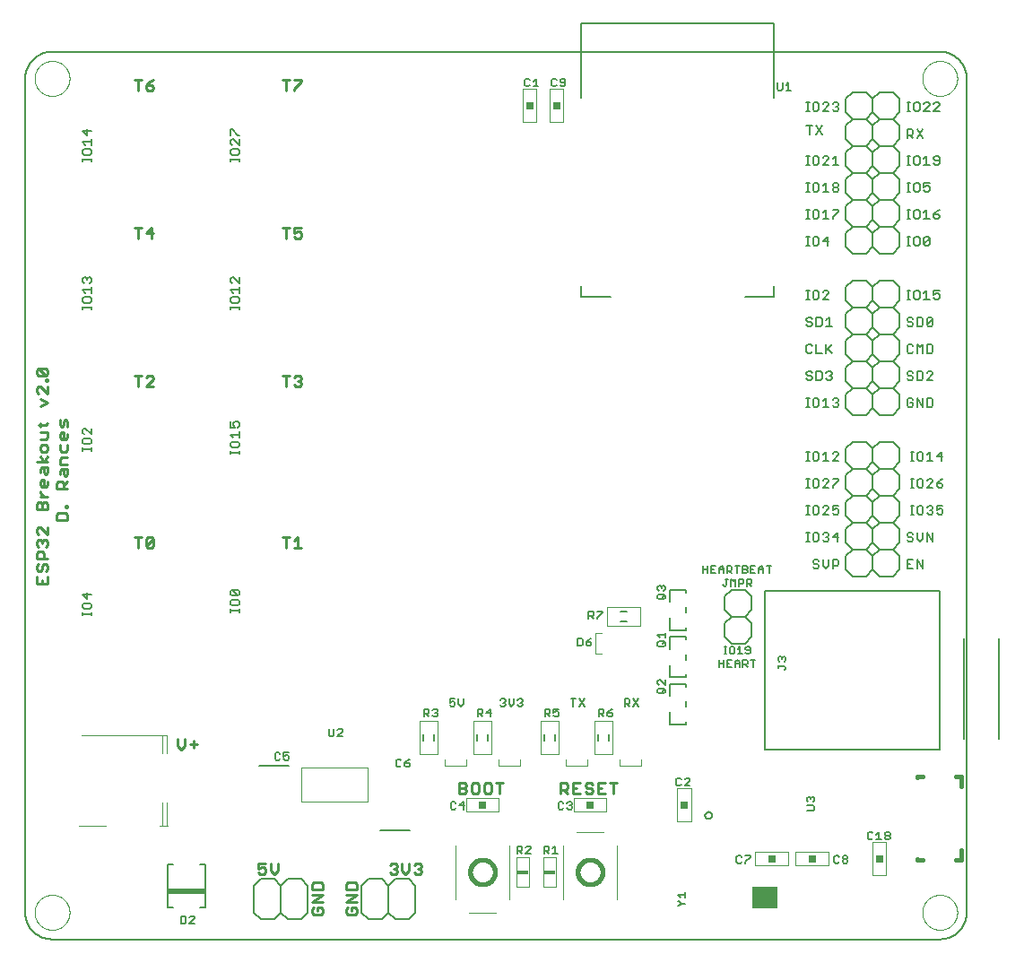
<source format=gto>
G75*
%MOIN*%
%OFA0B0*%
%FSLAX25Y25*%
%IPPOS*%
%LPD*%
%AMOC8*
5,1,8,0,0,1.08239X$1,22.5*
%
%ADD10C,0.00600*%
%ADD11C,0.00700*%
%ADD12C,0.01000*%
%ADD13C,0.00800*%
%ADD14R,0.02500X0.02500*%
%ADD15C,0.00276*%
%ADD16C,0.00315*%
%ADD17C,0.00500*%
%ADD18R,0.14000X0.02000*%
%ADD19C,0.00394*%
%ADD20C,0.00197*%
%ADD21R,0.03937X0.01575*%
%ADD22C,0.01600*%
%ADD23R,0.09449X0.07874*%
%ADD24C,0.00000*%
D10*
X0043933Y0038933D02*
X0373933Y0038933D01*
X0374175Y0038936D01*
X0374416Y0038945D01*
X0374657Y0038959D01*
X0374898Y0038980D01*
X0375138Y0039006D01*
X0375378Y0039038D01*
X0375617Y0039076D01*
X0375854Y0039119D01*
X0376091Y0039169D01*
X0376326Y0039224D01*
X0376560Y0039284D01*
X0376792Y0039351D01*
X0377023Y0039422D01*
X0377252Y0039500D01*
X0377479Y0039583D01*
X0377704Y0039671D01*
X0377927Y0039765D01*
X0378147Y0039864D01*
X0378365Y0039969D01*
X0378580Y0040078D01*
X0378793Y0040193D01*
X0379003Y0040313D01*
X0379209Y0040438D01*
X0379413Y0040568D01*
X0379614Y0040703D01*
X0379811Y0040843D01*
X0380005Y0040987D01*
X0380195Y0041136D01*
X0380381Y0041290D01*
X0380564Y0041448D01*
X0380743Y0041610D01*
X0380918Y0041777D01*
X0381089Y0041948D01*
X0381256Y0042123D01*
X0381418Y0042302D01*
X0381576Y0042485D01*
X0381730Y0042671D01*
X0381879Y0042861D01*
X0382023Y0043055D01*
X0382163Y0043252D01*
X0382298Y0043453D01*
X0382428Y0043657D01*
X0382553Y0043863D01*
X0382673Y0044073D01*
X0382788Y0044286D01*
X0382897Y0044501D01*
X0383002Y0044719D01*
X0383101Y0044939D01*
X0383195Y0045162D01*
X0383283Y0045387D01*
X0383366Y0045614D01*
X0383444Y0045843D01*
X0383515Y0046074D01*
X0383582Y0046306D01*
X0383642Y0046540D01*
X0383697Y0046775D01*
X0383747Y0047012D01*
X0383790Y0047249D01*
X0383828Y0047488D01*
X0383860Y0047728D01*
X0383886Y0047968D01*
X0383907Y0048209D01*
X0383921Y0048450D01*
X0383930Y0048691D01*
X0383933Y0048933D01*
X0383933Y0358933D01*
X0383930Y0359175D01*
X0383921Y0359416D01*
X0383907Y0359657D01*
X0383886Y0359898D01*
X0383860Y0360138D01*
X0383828Y0360378D01*
X0383790Y0360617D01*
X0383747Y0360854D01*
X0383697Y0361091D01*
X0383642Y0361326D01*
X0383582Y0361560D01*
X0383515Y0361792D01*
X0383444Y0362023D01*
X0383366Y0362252D01*
X0383283Y0362479D01*
X0383195Y0362704D01*
X0383101Y0362927D01*
X0383002Y0363147D01*
X0382897Y0363365D01*
X0382788Y0363580D01*
X0382673Y0363793D01*
X0382553Y0364003D01*
X0382428Y0364209D01*
X0382298Y0364413D01*
X0382163Y0364614D01*
X0382023Y0364811D01*
X0381879Y0365005D01*
X0381730Y0365195D01*
X0381576Y0365381D01*
X0381418Y0365564D01*
X0381256Y0365743D01*
X0381089Y0365918D01*
X0380918Y0366089D01*
X0380743Y0366256D01*
X0380564Y0366418D01*
X0380381Y0366576D01*
X0380195Y0366730D01*
X0380005Y0366879D01*
X0379811Y0367023D01*
X0379614Y0367163D01*
X0379413Y0367298D01*
X0379209Y0367428D01*
X0379003Y0367553D01*
X0378793Y0367673D01*
X0378580Y0367788D01*
X0378365Y0367897D01*
X0378147Y0368002D01*
X0377927Y0368101D01*
X0377704Y0368195D01*
X0377479Y0368283D01*
X0377252Y0368366D01*
X0377023Y0368444D01*
X0376792Y0368515D01*
X0376560Y0368582D01*
X0376326Y0368642D01*
X0376091Y0368697D01*
X0375854Y0368747D01*
X0375617Y0368790D01*
X0375378Y0368828D01*
X0375138Y0368860D01*
X0374898Y0368886D01*
X0374657Y0368907D01*
X0374416Y0368921D01*
X0374175Y0368930D01*
X0373933Y0368933D01*
X0043933Y0368933D01*
X0043691Y0368930D01*
X0043450Y0368921D01*
X0043209Y0368907D01*
X0042968Y0368886D01*
X0042728Y0368860D01*
X0042488Y0368828D01*
X0042249Y0368790D01*
X0042012Y0368747D01*
X0041775Y0368697D01*
X0041540Y0368642D01*
X0041306Y0368582D01*
X0041074Y0368515D01*
X0040843Y0368444D01*
X0040614Y0368366D01*
X0040387Y0368283D01*
X0040162Y0368195D01*
X0039939Y0368101D01*
X0039719Y0368002D01*
X0039501Y0367897D01*
X0039286Y0367788D01*
X0039073Y0367673D01*
X0038863Y0367553D01*
X0038657Y0367428D01*
X0038453Y0367298D01*
X0038252Y0367163D01*
X0038055Y0367023D01*
X0037861Y0366879D01*
X0037671Y0366730D01*
X0037485Y0366576D01*
X0037302Y0366418D01*
X0037123Y0366256D01*
X0036948Y0366089D01*
X0036777Y0365918D01*
X0036610Y0365743D01*
X0036448Y0365564D01*
X0036290Y0365381D01*
X0036136Y0365195D01*
X0035987Y0365005D01*
X0035843Y0364811D01*
X0035703Y0364614D01*
X0035568Y0364413D01*
X0035438Y0364209D01*
X0035313Y0364003D01*
X0035193Y0363793D01*
X0035078Y0363580D01*
X0034969Y0363365D01*
X0034864Y0363147D01*
X0034765Y0362927D01*
X0034671Y0362704D01*
X0034583Y0362479D01*
X0034500Y0362252D01*
X0034422Y0362023D01*
X0034351Y0361792D01*
X0034284Y0361560D01*
X0034224Y0361326D01*
X0034169Y0361091D01*
X0034119Y0360854D01*
X0034076Y0360617D01*
X0034038Y0360378D01*
X0034006Y0360138D01*
X0033980Y0359898D01*
X0033959Y0359657D01*
X0033945Y0359416D01*
X0033936Y0359175D01*
X0033933Y0358933D01*
X0033933Y0048933D01*
X0033936Y0048691D01*
X0033945Y0048450D01*
X0033959Y0048209D01*
X0033980Y0047968D01*
X0034006Y0047728D01*
X0034038Y0047488D01*
X0034076Y0047249D01*
X0034119Y0047012D01*
X0034169Y0046775D01*
X0034224Y0046540D01*
X0034284Y0046306D01*
X0034351Y0046074D01*
X0034422Y0045843D01*
X0034500Y0045614D01*
X0034583Y0045387D01*
X0034671Y0045162D01*
X0034765Y0044939D01*
X0034864Y0044719D01*
X0034969Y0044501D01*
X0035078Y0044286D01*
X0035193Y0044073D01*
X0035313Y0043863D01*
X0035438Y0043657D01*
X0035568Y0043453D01*
X0035703Y0043252D01*
X0035843Y0043055D01*
X0035987Y0042861D01*
X0036136Y0042671D01*
X0036290Y0042485D01*
X0036448Y0042302D01*
X0036610Y0042123D01*
X0036777Y0041948D01*
X0036948Y0041777D01*
X0037123Y0041610D01*
X0037302Y0041448D01*
X0037485Y0041290D01*
X0037671Y0041136D01*
X0037861Y0040987D01*
X0038055Y0040843D01*
X0038252Y0040703D01*
X0038453Y0040568D01*
X0038657Y0040438D01*
X0038863Y0040313D01*
X0039073Y0040193D01*
X0039286Y0040078D01*
X0039501Y0039969D01*
X0039719Y0039864D01*
X0039939Y0039765D01*
X0040162Y0039671D01*
X0040387Y0039583D01*
X0040614Y0039500D01*
X0040843Y0039422D01*
X0041074Y0039351D01*
X0041306Y0039284D01*
X0041540Y0039224D01*
X0041775Y0039169D01*
X0042012Y0039119D01*
X0042249Y0039076D01*
X0042488Y0039038D01*
X0042728Y0039006D01*
X0042968Y0038980D01*
X0043209Y0038959D01*
X0043450Y0038945D01*
X0043691Y0038936D01*
X0043933Y0038933D01*
X0118933Y0048933D02*
X0118933Y0058933D01*
X0121433Y0061433D01*
X0126433Y0061433D01*
X0128933Y0058933D01*
X0131433Y0061433D01*
X0136433Y0061433D01*
X0138933Y0058933D01*
X0138933Y0048933D01*
X0136433Y0046433D01*
X0131433Y0046433D01*
X0128933Y0048933D01*
X0126433Y0046433D01*
X0121433Y0046433D01*
X0118933Y0048933D01*
X0128933Y0048933D02*
X0128933Y0058933D01*
X0158933Y0058933D02*
X0158933Y0048933D01*
X0161433Y0046433D01*
X0166433Y0046433D01*
X0168933Y0048933D01*
X0171433Y0046433D01*
X0176433Y0046433D01*
X0178933Y0048933D01*
X0178933Y0058933D01*
X0176433Y0061433D01*
X0171433Y0061433D01*
X0168933Y0058933D01*
X0168933Y0048933D01*
X0168933Y0058933D02*
X0166433Y0061433D01*
X0161433Y0061433D01*
X0158933Y0058933D01*
X0285974Y0175033D02*
X0285974Y0177635D01*
X0285974Y0176334D02*
X0287709Y0176334D01*
X0288920Y0176334D02*
X0289788Y0176334D01*
X0288920Y0175033D02*
X0290655Y0175033D01*
X0291867Y0175033D02*
X0291867Y0176768D01*
X0292734Y0177635D01*
X0293602Y0176768D01*
X0293602Y0175033D01*
X0294813Y0175033D02*
X0294813Y0177635D01*
X0296114Y0177635D01*
X0296548Y0177202D01*
X0296548Y0176334D01*
X0296114Y0175900D01*
X0294813Y0175900D01*
X0295681Y0175900D02*
X0296548Y0175033D01*
X0298627Y0175033D02*
X0298627Y0177635D01*
X0297760Y0177635D02*
X0299495Y0177635D01*
X0300706Y0177635D02*
X0300706Y0175033D01*
X0302007Y0175033D01*
X0302441Y0175467D01*
X0302441Y0175900D01*
X0302007Y0176334D01*
X0300706Y0176334D01*
X0300706Y0177635D02*
X0302007Y0177635D01*
X0302441Y0177202D01*
X0302441Y0176768D01*
X0302007Y0176334D01*
X0303653Y0176334D02*
X0304520Y0176334D01*
X0303653Y0175033D02*
X0305388Y0175033D01*
X0306599Y0175033D02*
X0306599Y0176768D01*
X0307467Y0177635D01*
X0308334Y0176768D01*
X0308334Y0175033D01*
X0308334Y0176334D02*
X0306599Y0176334D01*
X0305388Y0177635D02*
X0303653Y0177635D01*
X0303653Y0175033D01*
X0303481Y0172835D02*
X0303914Y0172402D01*
X0303914Y0171534D01*
X0303481Y0171100D01*
X0302180Y0171100D01*
X0302180Y0170233D02*
X0302180Y0172835D01*
X0303481Y0172835D01*
X0303047Y0171100D02*
X0303914Y0170233D01*
X0301433Y0168933D02*
X0303933Y0166433D01*
X0303933Y0161433D01*
X0301433Y0158933D01*
X0303933Y0156433D01*
X0303933Y0151433D01*
X0301433Y0148933D01*
X0296433Y0148933D01*
X0293933Y0151433D01*
X0293933Y0156433D01*
X0296433Y0158933D01*
X0293933Y0161433D01*
X0293933Y0166433D01*
X0296433Y0168933D01*
X0301433Y0168933D01*
X0300534Y0171100D02*
X0299233Y0171100D01*
X0299233Y0170233D02*
X0299233Y0172835D01*
X0300534Y0172835D01*
X0300968Y0172402D01*
X0300968Y0171534D01*
X0300534Y0171100D01*
X0298021Y0170233D02*
X0298021Y0172835D01*
X0297154Y0171968D01*
X0296287Y0172835D01*
X0296287Y0170233D01*
X0294641Y0170667D02*
X0294641Y0172835D01*
X0294207Y0172835D02*
X0295075Y0172835D01*
X0294641Y0170667D02*
X0294207Y0170233D01*
X0293774Y0170233D01*
X0293340Y0170667D01*
X0288920Y0175033D02*
X0288920Y0177635D01*
X0290655Y0177635D01*
X0291867Y0176334D02*
X0293602Y0176334D01*
X0287709Y0177635D02*
X0287709Y0175033D01*
X0296433Y0158933D02*
X0301433Y0158933D01*
X0302122Y0147635D02*
X0301689Y0147202D01*
X0301689Y0146768D01*
X0302122Y0146334D01*
X0303423Y0146334D01*
X0303423Y0145467D02*
X0303423Y0147202D01*
X0302990Y0147635D01*
X0302122Y0147635D01*
X0301689Y0145467D02*
X0302122Y0145033D01*
X0302990Y0145033D01*
X0303423Y0145467D01*
X0303653Y0142835D02*
X0305388Y0142835D01*
X0304520Y0142835D02*
X0304520Y0140233D01*
X0302441Y0140233D02*
X0301574Y0141100D01*
X0302007Y0141100D02*
X0300706Y0141100D01*
X0300706Y0140233D02*
X0300706Y0142835D01*
X0302007Y0142835D01*
X0302441Y0142402D01*
X0302441Y0141534D01*
X0302007Y0141100D01*
X0299495Y0141534D02*
X0297760Y0141534D01*
X0297760Y0141968D02*
X0298627Y0142835D01*
X0299495Y0141968D01*
X0299495Y0140233D01*
X0297760Y0140233D02*
X0297760Y0141968D01*
X0296548Y0142835D02*
X0294813Y0142835D01*
X0294813Y0140233D01*
X0296548Y0140233D01*
X0295681Y0141534D02*
X0294813Y0141534D01*
X0293602Y0141534D02*
X0291867Y0141534D01*
X0291867Y0140233D02*
X0291867Y0142835D01*
X0293602Y0142835D02*
X0293602Y0140233D01*
X0293831Y0145033D02*
X0294699Y0145033D01*
X0294265Y0145033D02*
X0294265Y0147635D01*
X0293831Y0147635D02*
X0294699Y0147635D01*
X0295795Y0147202D02*
X0295795Y0145467D01*
X0296229Y0145033D01*
X0297097Y0145033D01*
X0297530Y0145467D01*
X0297530Y0147202D01*
X0297097Y0147635D01*
X0296229Y0147635D01*
X0295795Y0147202D01*
X0298742Y0146768D02*
X0299609Y0147635D01*
X0299609Y0145033D01*
X0298742Y0145033D02*
X0300477Y0145033D01*
X0310413Y0175033D02*
X0310413Y0177635D01*
X0309546Y0177635D02*
X0311281Y0177635D01*
X0338933Y0176433D02*
X0338933Y0181433D01*
X0341433Y0183933D01*
X0338933Y0186433D01*
X0338933Y0191433D01*
X0341433Y0193933D01*
X0338933Y0196433D01*
X0338933Y0201433D01*
X0341433Y0203933D01*
X0338933Y0206433D01*
X0338933Y0211433D01*
X0341433Y0213933D01*
X0338933Y0216433D01*
X0338933Y0221433D01*
X0341433Y0223933D01*
X0346433Y0223933D01*
X0348933Y0221433D01*
X0348933Y0216433D01*
X0351433Y0213933D01*
X0348933Y0211433D01*
X0348933Y0206433D01*
X0351433Y0203933D01*
X0348933Y0201433D01*
X0348933Y0196433D01*
X0351433Y0193933D01*
X0348933Y0191433D01*
X0348933Y0186433D01*
X0351433Y0183933D01*
X0348933Y0181433D01*
X0348933Y0176433D01*
X0351433Y0173933D01*
X0356433Y0173933D01*
X0358933Y0176433D01*
X0358933Y0181433D01*
X0356433Y0183933D01*
X0351433Y0183933D01*
X0348933Y0181433D02*
X0346433Y0183933D01*
X0341433Y0183933D01*
X0346433Y0183933D02*
X0348933Y0186433D01*
X0348933Y0191433D02*
X0346433Y0193933D01*
X0341433Y0193933D01*
X0346433Y0193933D02*
X0348933Y0196433D01*
X0351433Y0193933D02*
X0356433Y0193933D01*
X0358933Y0191433D01*
X0358933Y0186433D01*
X0356433Y0183933D01*
X0356433Y0193933D02*
X0358933Y0196433D01*
X0358933Y0201433D01*
X0356433Y0203933D01*
X0351433Y0203933D01*
X0348933Y0201433D02*
X0346433Y0203933D01*
X0341433Y0203933D01*
X0346433Y0203933D02*
X0348933Y0206433D01*
X0348933Y0211433D02*
X0346433Y0213933D01*
X0341433Y0213933D01*
X0346433Y0213933D02*
X0348933Y0216433D01*
X0351433Y0213933D02*
X0356433Y0213933D01*
X0358933Y0211433D01*
X0358933Y0206433D01*
X0356433Y0203933D01*
X0356433Y0213933D02*
X0358933Y0216433D01*
X0358933Y0221433D01*
X0356433Y0223933D01*
X0351433Y0223933D01*
X0348933Y0221433D01*
X0346433Y0233933D02*
X0341433Y0233933D01*
X0338933Y0236433D01*
X0338933Y0241433D01*
X0341433Y0243933D01*
X0338933Y0246433D01*
X0338933Y0251433D01*
X0341433Y0253933D01*
X0338933Y0256433D01*
X0338933Y0261433D01*
X0341433Y0263933D01*
X0338933Y0266433D01*
X0338933Y0271433D01*
X0341433Y0273933D01*
X0338933Y0276433D01*
X0338933Y0281433D01*
X0341433Y0283933D01*
X0346433Y0283933D01*
X0348933Y0281433D01*
X0348933Y0276433D01*
X0351433Y0273933D01*
X0348933Y0271433D01*
X0348933Y0266433D01*
X0351433Y0263933D01*
X0348933Y0261433D01*
X0348933Y0256433D01*
X0351433Y0253933D01*
X0348933Y0251433D01*
X0348933Y0246433D01*
X0351433Y0243933D01*
X0348933Y0241433D01*
X0348933Y0236433D01*
X0351433Y0233933D01*
X0356433Y0233933D01*
X0358933Y0236433D01*
X0358933Y0241433D01*
X0356433Y0243933D01*
X0351433Y0243933D01*
X0348933Y0241433D02*
X0346433Y0243933D01*
X0341433Y0243933D01*
X0346433Y0243933D02*
X0348933Y0246433D01*
X0348933Y0251433D02*
X0346433Y0253933D01*
X0341433Y0253933D01*
X0346433Y0253933D02*
X0348933Y0256433D01*
X0351433Y0253933D02*
X0356433Y0253933D01*
X0358933Y0251433D01*
X0358933Y0246433D01*
X0356433Y0243933D01*
X0356433Y0253933D02*
X0358933Y0256433D01*
X0358933Y0261433D01*
X0356433Y0263933D01*
X0351433Y0263933D01*
X0348933Y0261433D02*
X0346433Y0263933D01*
X0341433Y0263933D01*
X0346433Y0263933D02*
X0348933Y0266433D01*
X0348933Y0271433D02*
X0346433Y0273933D01*
X0341433Y0273933D01*
X0346433Y0273933D02*
X0348933Y0276433D01*
X0351433Y0273933D02*
X0356433Y0273933D01*
X0358933Y0271433D01*
X0358933Y0266433D01*
X0356433Y0263933D01*
X0356433Y0273933D02*
X0358933Y0276433D01*
X0358933Y0281433D01*
X0356433Y0283933D01*
X0351433Y0283933D01*
X0348933Y0281433D01*
X0346433Y0293933D02*
X0341433Y0293933D01*
X0338933Y0296433D01*
X0338933Y0301433D01*
X0341433Y0303933D01*
X0338933Y0306433D01*
X0338933Y0311433D01*
X0341433Y0313933D01*
X0338933Y0316433D01*
X0338933Y0321433D01*
X0341433Y0323933D01*
X0338933Y0326433D01*
X0338933Y0331433D01*
X0341433Y0333933D01*
X0338933Y0336433D01*
X0338933Y0341433D01*
X0341433Y0343933D01*
X0338933Y0346433D01*
X0338933Y0351433D01*
X0341433Y0353933D01*
X0346433Y0353933D01*
X0348933Y0351433D01*
X0348933Y0346433D01*
X0346433Y0343933D01*
X0348933Y0341433D01*
X0348933Y0336433D01*
X0346433Y0333933D01*
X0348933Y0331433D01*
X0348933Y0326433D01*
X0346433Y0323933D01*
X0348933Y0321433D01*
X0348933Y0316433D01*
X0346433Y0313933D01*
X0348933Y0311433D01*
X0348933Y0306433D01*
X0346433Y0303933D01*
X0348933Y0301433D01*
X0348933Y0296433D01*
X0346433Y0293933D01*
X0348933Y0296433D02*
X0351433Y0293933D01*
X0356433Y0293933D01*
X0358933Y0296433D01*
X0358933Y0301433D01*
X0356433Y0303933D01*
X0358933Y0306433D01*
X0358933Y0311433D01*
X0356433Y0313933D01*
X0358933Y0316433D01*
X0358933Y0321433D01*
X0356433Y0323933D01*
X0358933Y0326433D01*
X0358933Y0331433D01*
X0356433Y0333933D01*
X0358933Y0336433D01*
X0358933Y0341433D01*
X0356433Y0343933D01*
X0358933Y0346433D01*
X0358933Y0351433D01*
X0356433Y0353933D01*
X0351433Y0353933D01*
X0348933Y0351433D01*
X0348933Y0346433D02*
X0351433Y0343933D01*
X0356433Y0343933D01*
X0351433Y0343933D02*
X0348933Y0341433D01*
X0346433Y0343933D02*
X0341433Y0343933D01*
X0348933Y0336433D02*
X0351433Y0333933D01*
X0356433Y0333933D01*
X0351433Y0333933D02*
X0348933Y0331433D01*
X0346433Y0333933D02*
X0341433Y0333933D01*
X0341433Y0323933D02*
X0346433Y0323933D01*
X0348933Y0321433D02*
X0351433Y0323933D01*
X0348933Y0326433D01*
X0351433Y0323933D02*
X0356433Y0323933D01*
X0348933Y0316433D02*
X0351433Y0313933D01*
X0356433Y0313933D01*
X0351433Y0313933D02*
X0348933Y0311433D01*
X0346433Y0313933D02*
X0341433Y0313933D01*
X0348933Y0306433D02*
X0351433Y0303933D01*
X0356433Y0303933D01*
X0351433Y0303933D02*
X0348933Y0301433D01*
X0346433Y0303933D02*
X0341433Y0303933D01*
X0348933Y0236433D02*
X0346433Y0233933D01*
X0348933Y0176433D02*
X0346433Y0173933D01*
X0341433Y0173933D01*
X0338933Y0176433D01*
D11*
X0316226Y0144069D02*
X0315759Y0144069D01*
X0315292Y0143602D01*
X0315292Y0143135D01*
X0315292Y0143602D02*
X0314825Y0144069D01*
X0314358Y0144069D01*
X0313891Y0143602D01*
X0313891Y0142668D01*
X0314358Y0142201D01*
X0313891Y0140846D02*
X0313891Y0139912D01*
X0313891Y0140379D02*
X0316226Y0140379D01*
X0316693Y0139912D01*
X0316693Y0139445D01*
X0316226Y0138978D01*
X0316226Y0142201D02*
X0316693Y0142668D01*
X0316693Y0143602D01*
X0316226Y0144069D01*
X0271833Y0148250D02*
X0271366Y0147783D01*
X0269498Y0147783D01*
X0269031Y0148250D01*
X0269031Y0149184D01*
X0269498Y0149651D01*
X0271366Y0149651D01*
X0271833Y0149184D01*
X0271833Y0148250D01*
X0270899Y0148717D02*
X0271833Y0149651D01*
X0271833Y0151006D02*
X0271833Y0152874D01*
X0271833Y0151940D02*
X0269031Y0151940D01*
X0269965Y0151006D01*
X0269498Y0165283D02*
X0269031Y0165750D01*
X0269031Y0166684D01*
X0269498Y0167151D01*
X0271366Y0167151D01*
X0271833Y0166684D01*
X0271833Y0165750D01*
X0271366Y0165283D01*
X0269498Y0165283D01*
X0270899Y0166217D02*
X0271833Y0167151D01*
X0271366Y0168506D02*
X0271833Y0168973D01*
X0271833Y0169907D01*
X0271366Y0170374D01*
X0270899Y0170374D01*
X0270432Y0169907D01*
X0270432Y0169440D01*
X0270432Y0169907D02*
X0269965Y0170374D01*
X0269498Y0170374D01*
X0269031Y0169907D01*
X0269031Y0168973D01*
X0269498Y0168506D01*
X0248469Y0160826D02*
X0248469Y0160359D01*
X0246600Y0158490D01*
X0246600Y0158023D01*
X0245246Y0158023D02*
X0244312Y0158957D01*
X0244779Y0158957D02*
X0243378Y0158957D01*
X0243378Y0158023D02*
X0243378Y0160826D01*
X0244779Y0160826D01*
X0245246Y0160359D01*
X0245246Y0159424D01*
X0244779Y0158957D01*
X0246600Y0160826D02*
X0248469Y0160826D01*
X0244374Y0150835D02*
X0243440Y0150368D01*
X0242506Y0149434D01*
X0243907Y0149434D01*
X0244374Y0148967D01*
X0244374Y0148500D01*
X0243907Y0148033D01*
X0242973Y0148033D01*
X0242506Y0148500D01*
X0242506Y0149434D01*
X0241151Y0148500D02*
X0241151Y0150368D01*
X0240684Y0150835D01*
X0239283Y0150835D01*
X0239283Y0148033D01*
X0240684Y0148033D01*
X0241151Y0148500D01*
X0241874Y0128335D02*
X0240006Y0125533D01*
X0241874Y0125533D02*
X0240006Y0128335D01*
X0238651Y0128335D02*
X0236783Y0128335D01*
X0237717Y0128335D02*
X0237717Y0125533D01*
X0232219Y0124576D02*
X0230350Y0124576D01*
X0230350Y0123174D01*
X0231284Y0123641D01*
X0231752Y0123641D01*
X0232219Y0123174D01*
X0232219Y0122240D01*
X0231752Y0121773D01*
X0230817Y0121773D01*
X0230350Y0122240D01*
X0228996Y0121773D02*
X0228062Y0122707D01*
X0228529Y0122707D02*
X0227128Y0122707D01*
X0227128Y0121773D02*
X0227128Y0124576D01*
X0228529Y0124576D01*
X0228996Y0124109D01*
X0228996Y0123174D01*
X0228529Y0122707D01*
X0218847Y0126000D02*
X0218380Y0125533D01*
X0217446Y0125533D01*
X0216979Y0126000D01*
X0217913Y0126934D02*
X0218380Y0126934D01*
X0218847Y0126467D01*
X0218847Y0126000D01*
X0218380Y0126934D02*
X0218847Y0127401D01*
X0218847Y0127868D01*
X0218380Y0128335D01*
X0217446Y0128335D01*
X0216979Y0127868D01*
X0215624Y0128335D02*
X0215624Y0126467D01*
X0214690Y0125533D01*
X0213756Y0126467D01*
X0213756Y0128335D01*
X0212401Y0127868D02*
X0212401Y0127401D01*
X0211934Y0126934D01*
X0212401Y0126467D01*
X0212401Y0126000D01*
X0211934Y0125533D01*
X0211000Y0125533D01*
X0210533Y0126000D01*
X0211467Y0126934D02*
X0211934Y0126934D01*
X0212401Y0127868D02*
X0211934Y0128335D01*
X0211000Y0128335D01*
X0210533Y0127868D01*
X0206752Y0124576D02*
X0205350Y0123174D01*
X0207219Y0123174D01*
X0206752Y0121773D02*
X0206752Y0124576D01*
X0203996Y0124109D02*
X0203996Y0123174D01*
X0203529Y0122707D01*
X0202128Y0122707D01*
X0203062Y0122707D02*
X0203996Y0121773D01*
X0202128Y0121773D02*
X0202128Y0124576D01*
X0203529Y0124576D01*
X0203996Y0124109D01*
X0196874Y0126467D02*
X0196874Y0128335D01*
X0196874Y0126467D02*
X0195940Y0125533D01*
X0195006Y0126467D01*
X0195006Y0128335D01*
X0193651Y0128335D02*
X0191783Y0128335D01*
X0191783Y0126934D01*
X0192717Y0127401D01*
X0193184Y0127401D01*
X0193651Y0126934D01*
X0193651Y0126000D01*
X0193184Y0125533D01*
X0192250Y0125533D01*
X0191783Y0126000D01*
X0187219Y0124109D02*
X0187219Y0123641D01*
X0186752Y0123174D01*
X0187219Y0122707D01*
X0187219Y0122240D01*
X0186752Y0121773D01*
X0185817Y0121773D01*
X0185350Y0122240D01*
X0186284Y0123174D02*
X0186752Y0123174D01*
X0187219Y0124109D02*
X0186752Y0124576D01*
X0185817Y0124576D01*
X0185350Y0124109D01*
X0183996Y0124109D02*
X0183996Y0123174D01*
X0183529Y0122707D01*
X0182128Y0122707D01*
X0183062Y0122707D02*
X0183996Y0121773D01*
X0182128Y0121773D02*
X0182128Y0124576D01*
X0183529Y0124576D01*
X0183996Y0124109D01*
X0176874Y0105835D02*
X0175940Y0105368D01*
X0175006Y0104434D01*
X0176407Y0104434D01*
X0176874Y0103967D01*
X0176874Y0103500D01*
X0176407Y0103033D01*
X0175473Y0103033D01*
X0175006Y0103500D01*
X0175006Y0104434D01*
X0173651Y0103500D02*
X0173184Y0103033D01*
X0172250Y0103033D01*
X0171783Y0103500D01*
X0171783Y0105368D01*
X0172250Y0105835D01*
X0173184Y0105835D01*
X0173651Y0105368D01*
X0192128Y0089571D02*
X0192128Y0087703D01*
X0192595Y0087236D01*
X0193529Y0087236D01*
X0193996Y0087703D01*
X0195350Y0088637D02*
X0197219Y0088637D01*
X0196752Y0087236D02*
X0196752Y0090038D01*
X0195350Y0088637D01*
X0193996Y0089571D02*
X0193529Y0090038D01*
X0192595Y0090038D01*
X0192128Y0089571D01*
X0216793Y0073591D02*
X0216793Y0070789D01*
X0216793Y0071723D02*
X0218194Y0071723D01*
X0218661Y0072190D01*
X0218661Y0073124D01*
X0218194Y0073591D01*
X0216793Y0073591D01*
X0217727Y0071723D02*
X0218661Y0070789D01*
X0220016Y0070789D02*
X0221884Y0072657D01*
X0221884Y0073124D01*
X0221417Y0073591D01*
X0220483Y0073591D01*
X0220016Y0073124D01*
X0220016Y0070789D02*
X0221884Y0070789D01*
X0226793Y0070789D02*
X0226793Y0073591D01*
X0228194Y0073591D01*
X0228661Y0073124D01*
X0228661Y0072190D01*
X0228194Y0071723D01*
X0226793Y0071723D01*
X0227727Y0071723D02*
X0228661Y0070789D01*
X0230016Y0070789D02*
X0231884Y0070789D01*
X0230950Y0070789D02*
X0230950Y0073591D01*
X0230016Y0072657D01*
X0232595Y0087236D02*
X0233529Y0087236D01*
X0233996Y0087703D01*
X0235350Y0087703D02*
X0235817Y0087236D01*
X0236752Y0087236D01*
X0237219Y0087703D01*
X0237219Y0088170D01*
X0236752Y0088637D01*
X0236284Y0088637D01*
X0236752Y0088637D02*
X0237219Y0089104D01*
X0237219Y0089571D01*
X0236752Y0090038D01*
X0235817Y0090038D01*
X0235350Y0089571D01*
X0233996Y0089571D02*
X0233529Y0090038D01*
X0232595Y0090038D01*
X0232128Y0089571D01*
X0232128Y0087703D01*
X0232595Y0087236D01*
X0247128Y0121773D02*
X0247128Y0124576D01*
X0248529Y0124576D01*
X0248996Y0124109D01*
X0248996Y0123174D01*
X0248529Y0122707D01*
X0247128Y0122707D01*
X0248062Y0122707D02*
X0248996Y0121773D01*
X0250350Y0122240D02*
X0250817Y0121773D01*
X0251752Y0121773D01*
X0252219Y0122240D01*
X0252219Y0122707D01*
X0251752Y0123174D01*
X0250350Y0123174D01*
X0250350Y0122240D01*
X0250350Y0123174D02*
X0251284Y0124109D01*
X0252219Y0124576D01*
X0256783Y0125533D02*
X0256783Y0128335D01*
X0258184Y0128335D01*
X0258651Y0127868D01*
X0258651Y0126934D01*
X0258184Y0126467D01*
X0256783Y0126467D01*
X0257717Y0126467D02*
X0258651Y0125533D01*
X0260006Y0125533D02*
X0261874Y0128335D01*
X0260006Y0128335D02*
X0261874Y0125533D01*
X0269031Y0130750D02*
X0269031Y0131684D01*
X0269498Y0132151D01*
X0271366Y0132151D01*
X0271833Y0131684D01*
X0271833Y0130750D01*
X0271366Y0130283D01*
X0269498Y0130283D01*
X0269031Y0130750D01*
X0270899Y0131217D02*
X0271833Y0132151D01*
X0271833Y0133506D02*
X0269965Y0135374D01*
X0269498Y0135374D01*
X0269031Y0134907D01*
X0269031Y0133973D01*
X0269498Y0133506D01*
X0271833Y0133506D02*
X0271833Y0135374D01*
X0276345Y0098788D02*
X0275878Y0098321D01*
X0275878Y0096453D01*
X0276345Y0095986D01*
X0277279Y0095986D01*
X0277746Y0096453D01*
X0279100Y0095986D02*
X0280969Y0097854D01*
X0280969Y0098321D01*
X0280502Y0098788D01*
X0279567Y0098788D01*
X0279100Y0098321D01*
X0277746Y0098321D02*
X0277279Y0098788D01*
X0276345Y0098788D01*
X0279100Y0095986D02*
X0280969Y0095986D01*
X0298845Y0070038D02*
X0298378Y0069571D01*
X0298378Y0067703D01*
X0298845Y0067236D01*
X0299779Y0067236D01*
X0300246Y0067703D01*
X0301600Y0067703D02*
X0301600Y0067236D01*
X0301600Y0067703D02*
X0303469Y0069571D01*
X0303469Y0070038D01*
X0301600Y0070038D01*
X0300246Y0069571D02*
X0299779Y0070038D01*
X0298845Y0070038D01*
X0279321Y0056402D02*
X0279321Y0054533D01*
X0279321Y0055468D02*
X0276519Y0055468D01*
X0277453Y0054533D01*
X0276986Y0053179D02*
X0276519Y0053179D01*
X0276986Y0053179D02*
X0277920Y0052245D01*
X0279321Y0052245D01*
X0277920Y0052245D02*
X0276986Y0051311D01*
X0276519Y0051311D01*
X0324531Y0086783D02*
X0326866Y0086783D01*
X0327333Y0087250D01*
X0327333Y0088184D01*
X0326866Y0088651D01*
X0324531Y0088651D01*
X0324998Y0090006D02*
X0324531Y0090473D01*
X0324531Y0091407D01*
X0324998Y0091874D01*
X0325465Y0091874D01*
X0325932Y0091407D01*
X0326399Y0091874D01*
X0326866Y0091874D01*
X0327333Y0091407D01*
X0327333Y0090473D01*
X0326866Y0090006D01*
X0325932Y0090940D02*
X0325932Y0091407D01*
X0347128Y0078321D02*
X0347128Y0076453D01*
X0347595Y0075986D01*
X0348529Y0075986D01*
X0348996Y0076453D01*
X0350350Y0075986D02*
X0352219Y0075986D01*
X0351284Y0075986D02*
X0351284Y0078788D01*
X0350350Y0077854D01*
X0348996Y0078321D02*
X0348529Y0078788D01*
X0347595Y0078788D01*
X0347128Y0078321D01*
X0353573Y0078321D02*
X0353573Y0077854D01*
X0354040Y0077387D01*
X0354974Y0077387D01*
X0355441Y0076920D01*
X0355441Y0076453D01*
X0354974Y0075986D01*
X0354040Y0075986D01*
X0353573Y0076453D01*
X0353573Y0076920D01*
X0354040Y0077387D01*
X0354974Y0077387D02*
X0355441Y0077854D01*
X0355441Y0078321D01*
X0354974Y0078788D01*
X0354040Y0078788D01*
X0353573Y0078321D01*
X0339719Y0069571D02*
X0339719Y0069104D01*
X0339252Y0068637D01*
X0338317Y0068637D01*
X0337850Y0069104D01*
X0337850Y0069571D01*
X0338317Y0070038D01*
X0339252Y0070038D01*
X0339719Y0069571D01*
X0339252Y0068637D02*
X0339719Y0068170D01*
X0339719Y0067703D01*
X0339252Y0067236D01*
X0338317Y0067236D01*
X0337850Y0067703D01*
X0337850Y0068170D01*
X0338317Y0068637D01*
X0336496Y0067703D02*
X0336029Y0067236D01*
X0335095Y0067236D01*
X0334628Y0067703D01*
X0334628Y0069571D01*
X0335095Y0070038D01*
X0336029Y0070038D01*
X0336496Y0069571D01*
X0151874Y0114283D02*
X0150006Y0114283D01*
X0151874Y0116151D01*
X0151874Y0116618D01*
X0151407Y0117085D01*
X0150473Y0117085D01*
X0150006Y0116618D01*
X0148651Y0117085D02*
X0148651Y0114750D01*
X0148184Y0114283D01*
X0147250Y0114283D01*
X0146783Y0114750D01*
X0146783Y0117085D01*
X0131874Y0108335D02*
X0130006Y0108335D01*
X0130006Y0106934D01*
X0130940Y0107401D01*
X0131407Y0107401D01*
X0131874Y0106934D01*
X0131874Y0106000D01*
X0131407Y0105533D01*
X0130473Y0105533D01*
X0130006Y0106000D01*
X0128651Y0106000D02*
X0128184Y0105533D01*
X0127250Y0105533D01*
X0126783Y0106000D01*
X0126783Y0107868D01*
X0127250Y0108335D01*
X0128184Y0108335D01*
X0128651Y0107868D01*
X0096407Y0047585D02*
X0095473Y0047585D01*
X0095006Y0047118D01*
X0093651Y0047118D02*
X0093184Y0047585D01*
X0091783Y0047585D01*
X0091783Y0044783D01*
X0093184Y0044783D01*
X0093651Y0045250D01*
X0093651Y0047118D01*
X0095006Y0044783D02*
X0096874Y0046651D01*
X0096874Y0047118D01*
X0096407Y0047585D01*
X0096874Y0044783D02*
X0095006Y0044783D01*
X0220095Y0355986D02*
X0221029Y0355986D01*
X0221496Y0356453D01*
X0222850Y0355986D02*
X0224719Y0355986D01*
X0223784Y0355986D02*
X0223784Y0358788D01*
X0222850Y0357854D01*
X0221496Y0358321D02*
X0221029Y0358788D01*
X0220095Y0358788D01*
X0219628Y0358321D01*
X0219628Y0356453D01*
X0220095Y0355986D01*
X0229628Y0356453D02*
X0230095Y0355986D01*
X0231029Y0355986D01*
X0231496Y0356453D01*
X0232850Y0356453D02*
X0233317Y0355986D01*
X0234252Y0355986D01*
X0234719Y0356453D01*
X0234719Y0358321D01*
X0234252Y0358788D01*
X0233317Y0358788D01*
X0232850Y0358321D01*
X0232850Y0357854D01*
X0233317Y0357387D01*
X0234719Y0357387D01*
X0231496Y0358321D02*
X0231029Y0358788D01*
X0230095Y0358788D01*
X0229628Y0358321D01*
X0229628Y0356453D01*
X0313560Y0357284D02*
X0313560Y0354949D01*
X0314027Y0354482D01*
X0314962Y0354482D01*
X0315429Y0354949D01*
X0315429Y0357284D01*
X0316783Y0356350D02*
X0317717Y0357284D01*
X0317717Y0354482D01*
X0316783Y0354482D02*
X0318651Y0354482D01*
D12*
X0136706Y0357769D02*
X0134037Y0355100D01*
X0134037Y0354433D01*
X0130768Y0354433D02*
X0130768Y0358436D01*
X0132102Y0358436D02*
X0129433Y0358436D01*
X0134037Y0358436D02*
X0136706Y0358436D01*
X0136706Y0357769D01*
X0136706Y0303436D02*
X0134037Y0303436D01*
X0134037Y0301435D01*
X0135371Y0302102D01*
X0136039Y0302102D01*
X0136706Y0301435D01*
X0136706Y0300100D01*
X0136039Y0299433D01*
X0134704Y0299433D01*
X0134037Y0300100D01*
X0130768Y0299433D02*
X0130768Y0303436D01*
X0132102Y0303436D02*
X0129433Y0303436D01*
X0081706Y0301435D02*
X0079037Y0301435D01*
X0081039Y0303436D01*
X0081039Y0299433D01*
X0077102Y0303436D02*
X0074433Y0303436D01*
X0075768Y0303436D02*
X0075768Y0299433D01*
X0041516Y0251248D02*
X0038847Y0251248D01*
X0041516Y0248579D01*
X0042183Y0249246D01*
X0042183Y0250580D01*
X0041516Y0251248D01*
X0038847Y0251248D02*
X0038180Y0250580D01*
X0038180Y0249246D01*
X0038847Y0248579D01*
X0041516Y0248579D01*
X0041516Y0246944D02*
X0042183Y0246944D01*
X0042183Y0246277D01*
X0041516Y0246277D01*
X0041516Y0246944D01*
X0042183Y0244342D02*
X0042183Y0241673D01*
X0039514Y0244342D01*
X0038847Y0244342D01*
X0038180Y0243675D01*
X0038180Y0242340D01*
X0038847Y0241673D01*
X0039514Y0239738D02*
X0042183Y0238403D01*
X0039514Y0237069D01*
X0039514Y0230730D02*
X0039514Y0229396D01*
X0038847Y0230063D02*
X0041516Y0230063D01*
X0042183Y0230730D01*
X0042183Y0227461D02*
X0039514Y0227461D01*
X0042183Y0227461D02*
X0042183Y0225459D01*
X0041516Y0224792D01*
X0039514Y0224792D01*
X0040181Y0222857D02*
X0039514Y0222190D01*
X0039514Y0220855D01*
X0040181Y0220188D01*
X0041516Y0220188D01*
X0042183Y0220855D01*
X0042183Y0222190D01*
X0041516Y0222857D01*
X0040181Y0222857D01*
X0039514Y0218353D02*
X0040849Y0216351D01*
X0042183Y0218353D01*
X0042183Y0216351D02*
X0038180Y0216351D01*
X0040181Y0214416D02*
X0039514Y0213749D01*
X0039514Y0212415D01*
X0040849Y0212415D02*
X0040849Y0214416D01*
X0040181Y0214416D02*
X0042183Y0214416D01*
X0042183Y0212415D01*
X0041516Y0211747D01*
X0040849Y0212415D01*
X0040849Y0209812D02*
X0040849Y0207143D01*
X0041516Y0207143D02*
X0040181Y0207143D01*
X0039514Y0207811D01*
X0039514Y0209145D01*
X0040181Y0209812D01*
X0040849Y0209812D01*
X0042183Y0209145D02*
X0042183Y0207811D01*
X0041516Y0207143D01*
X0039514Y0205309D02*
X0039514Y0204641D01*
X0040849Y0203307D01*
X0042183Y0203307D02*
X0039514Y0203307D01*
X0039514Y0201372D02*
X0040181Y0200705D01*
X0040181Y0198703D01*
X0038180Y0198703D02*
X0042183Y0198703D01*
X0042183Y0200705D01*
X0041516Y0201372D01*
X0040849Y0201372D01*
X0040181Y0200705D01*
X0039514Y0201372D02*
X0038847Y0201372D01*
X0038180Y0200705D01*
X0038180Y0198703D01*
X0038847Y0192164D02*
X0038180Y0191497D01*
X0038180Y0190162D01*
X0038847Y0189495D01*
X0038847Y0187560D02*
X0039514Y0187560D01*
X0040181Y0186893D01*
X0040849Y0187560D01*
X0041516Y0187560D01*
X0042183Y0186893D01*
X0042183Y0185558D01*
X0041516Y0184891D01*
X0040181Y0186226D02*
X0040181Y0186893D01*
X0038847Y0187560D02*
X0038180Y0186893D01*
X0038180Y0185558D01*
X0038847Y0184891D01*
X0038847Y0182956D02*
X0040181Y0182956D01*
X0040849Y0182289D01*
X0040849Y0180287D01*
X0042183Y0180287D02*
X0038180Y0180287D01*
X0038180Y0182289D01*
X0038847Y0182956D01*
X0042183Y0189495D02*
X0039514Y0192164D01*
X0038847Y0192164D01*
X0042183Y0192164D02*
X0042183Y0189495D01*
X0045680Y0194866D02*
X0045680Y0196868D01*
X0046347Y0197535D01*
X0049016Y0197535D01*
X0049683Y0196868D01*
X0049683Y0194866D01*
X0045680Y0194866D01*
X0049016Y0199470D02*
X0049016Y0200138D01*
X0049683Y0200138D01*
X0049683Y0199470D01*
X0049016Y0199470D01*
X0049683Y0206376D02*
X0045680Y0206376D01*
X0045680Y0208378D01*
X0046347Y0209045D01*
X0047681Y0209045D01*
X0048349Y0208378D01*
X0048349Y0206376D01*
X0048349Y0207711D02*
X0049683Y0209045D01*
X0049016Y0210980D02*
X0048349Y0211647D01*
X0048349Y0213649D01*
X0047681Y0213649D02*
X0049683Y0213649D01*
X0049683Y0211647D01*
X0049016Y0210980D01*
X0047014Y0211647D02*
X0047014Y0212982D01*
X0047681Y0213649D01*
X0047014Y0215584D02*
X0047014Y0217586D01*
X0047681Y0218253D01*
X0049683Y0218253D01*
X0049016Y0220188D02*
X0049683Y0220855D01*
X0049683Y0222857D01*
X0049016Y0224792D02*
X0047681Y0224792D01*
X0047014Y0225459D01*
X0047014Y0226794D01*
X0047681Y0227461D01*
X0048349Y0227461D01*
X0048349Y0224792D01*
X0049016Y0224792D02*
X0049683Y0225459D01*
X0049683Y0226794D01*
X0049683Y0229396D02*
X0049683Y0231397D01*
X0049016Y0232065D01*
X0048349Y0231397D01*
X0048349Y0230063D01*
X0047681Y0229396D01*
X0047014Y0230063D01*
X0047014Y0232065D01*
X0047014Y0222857D02*
X0047014Y0220855D01*
X0047681Y0220188D01*
X0049016Y0220188D01*
X0049683Y0215584D02*
X0047014Y0215584D01*
X0074433Y0188436D02*
X0077102Y0188436D01*
X0075768Y0188436D02*
X0075768Y0184433D01*
X0079037Y0185100D02*
X0079037Y0187769D01*
X0079704Y0188436D01*
X0081039Y0188436D01*
X0081706Y0187769D01*
X0079037Y0185100D01*
X0079704Y0184433D01*
X0081039Y0184433D01*
X0081706Y0185100D01*
X0081706Y0187769D01*
X0042183Y0177685D02*
X0042183Y0176351D01*
X0041516Y0175683D01*
X0040181Y0176351D02*
X0040181Y0177685D01*
X0040849Y0178352D01*
X0041516Y0178352D01*
X0042183Y0177685D01*
X0040181Y0176351D02*
X0039514Y0175683D01*
X0038847Y0175683D01*
X0038180Y0176351D01*
X0038180Y0177685D01*
X0038847Y0178352D01*
X0038180Y0173748D02*
X0038180Y0171079D01*
X0042183Y0171079D01*
X0042183Y0173748D01*
X0040181Y0172414D02*
X0040181Y0171079D01*
X0090683Y0113436D02*
X0090683Y0110768D01*
X0092018Y0109433D01*
X0093352Y0110768D01*
X0093352Y0113436D01*
X0095287Y0111435D02*
X0097956Y0111435D01*
X0096621Y0112769D02*
X0096621Y0110100D01*
X0120683Y0067186D02*
X0120683Y0065185D01*
X0122018Y0065852D01*
X0122685Y0065852D01*
X0123352Y0065185D01*
X0123352Y0063850D01*
X0122685Y0063183D01*
X0121350Y0063183D01*
X0120683Y0063850D01*
X0120683Y0067186D02*
X0123352Y0067186D01*
X0125287Y0067186D02*
X0125287Y0064518D01*
X0126621Y0063183D01*
X0127956Y0064518D01*
X0127956Y0067186D01*
X0140680Y0059393D02*
X0140680Y0057391D01*
X0144683Y0057391D01*
X0144683Y0059393D01*
X0144016Y0060060D01*
X0141347Y0060060D01*
X0140680Y0059393D01*
X0140680Y0055456D02*
X0144683Y0055456D01*
X0140680Y0052787D01*
X0144683Y0052787D01*
X0144016Y0050852D02*
X0144683Y0050185D01*
X0144683Y0048850D01*
X0144016Y0048183D01*
X0141347Y0048183D01*
X0140680Y0048850D01*
X0140680Y0050185D01*
X0141347Y0050852D01*
X0142681Y0050852D02*
X0142681Y0049518D01*
X0142681Y0050852D02*
X0144016Y0050852D01*
X0153180Y0050185D02*
X0153180Y0048850D01*
X0153847Y0048183D01*
X0156516Y0048183D01*
X0157183Y0048850D01*
X0157183Y0050185D01*
X0156516Y0050852D01*
X0155181Y0050852D01*
X0155181Y0049518D01*
X0153847Y0050852D02*
X0153180Y0050185D01*
X0153180Y0052787D02*
X0157183Y0055456D01*
X0153180Y0055456D01*
X0153180Y0057391D02*
X0153180Y0059393D01*
X0153847Y0060060D01*
X0156516Y0060060D01*
X0157183Y0059393D01*
X0157183Y0057391D01*
X0153180Y0057391D01*
X0153180Y0052787D02*
X0157183Y0052787D01*
X0169433Y0063850D02*
X0170100Y0063183D01*
X0171435Y0063183D01*
X0172102Y0063850D01*
X0172102Y0064518D01*
X0171435Y0065185D01*
X0170768Y0065185D01*
X0171435Y0065185D02*
X0172102Y0065852D01*
X0172102Y0066519D01*
X0171435Y0067186D01*
X0170100Y0067186D01*
X0169433Y0066519D01*
X0174037Y0067186D02*
X0174037Y0064518D01*
X0175371Y0063183D01*
X0176706Y0064518D01*
X0176706Y0067186D01*
X0178641Y0066519D02*
X0179308Y0067186D01*
X0180643Y0067186D01*
X0181310Y0066519D01*
X0181310Y0065852D01*
X0180643Y0065185D01*
X0181310Y0064518D01*
X0181310Y0063850D01*
X0180643Y0063183D01*
X0179308Y0063183D01*
X0178641Y0063850D01*
X0179975Y0065185D02*
X0180643Y0065185D01*
X0195225Y0093183D02*
X0197227Y0093183D01*
X0197894Y0093850D01*
X0197894Y0094518D01*
X0197227Y0095185D01*
X0195225Y0095185D01*
X0195225Y0097186D02*
X0197227Y0097186D01*
X0197894Y0096519D01*
X0197894Y0095852D01*
X0197227Y0095185D01*
X0195225Y0097186D02*
X0195225Y0093183D01*
X0199829Y0093850D02*
X0199829Y0096519D01*
X0200496Y0097186D01*
X0201831Y0097186D01*
X0202498Y0096519D01*
X0202498Y0093850D01*
X0201831Y0093183D01*
X0200496Y0093183D01*
X0199829Y0093850D01*
X0204433Y0093850D02*
X0205100Y0093183D01*
X0206435Y0093183D01*
X0207102Y0093850D01*
X0207102Y0096519D01*
X0206435Y0097186D01*
X0205100Y0097186D01*
X0204433Y0096519D01*
X0204433Y0093850D01*
X0209037Y0097186D02*
X0211706Y0097186D01*
X0210371Y0097186D02*
X0210371Y0093183D01*
X0232923Y0093183D02*
X0232923Y0097186D01*
X0234925Y0097186D01*
X0235592Y0096519D01*
X0235592Y0095185D01*
X0234925Y0094518D01*
X0232923Y0094518D01*
X0234258Y0094518D02*
X0235592Y0093183D01*
X0237527Y0093183D02*
X0237527Y0097186D01*
X0240196Y0097186D01*
X0242131Y0096519D02*
X0242131Y0095852D01*
X0242798Y0095185D01*
X0244133Y0095185D01*
X0244800Y0094518D01*
X0244800Y0093850D01*
X0244133Y0093183D01*
X0242798Y0093183D01*
X0242131Y0093850D01*
X0240196Y0093183D02*
X0237527Y0093183D01*
X0237527Y0095185D02*
X0238862Y0095185D01*
X0242131Y0096519D02*
X0242798Y0097186D01*
X0244133Y0097186D01*
X0244800Y0096519D01*
X0246735Y0097186D02*
X0246735Y0093183D01*
X0249404Y0093183D01*
X0248069Y0095185D02*
X0246735Y0095185D01*
X0246735Y0097186D02*
X0249404Y0097186D01*
X0251339Y0097186D02*
X0254008Y0097186D01*
X0252673Y0097186D02*
X0252673Y0093183D01*
X0136706Y0184433D02*
X0134037Y0184433D01*
X0135371Y0184433D02*
X0135371Y0188436D01*
X0134037Y0187102D01*
X0132102Y0188436D02*
X0129433Y0188436D01*
X0130768Y0188436D02*
X0130768Y0184433D01*
X0130768Y0244433D02*
X0130768Y0248436D01*
X0132102Y0248436D02*
X0129433Y0248436D01*
X0134037Y0247769D02*
X0134704Y0248436D01*
X0136039Y0248436D01*
X0136706Y0247769D01*
X0136706Y0247102D01*
X0136039Y0246435D01*
X0136706Y0245768D01*
X0136706Y0245100D01*
X0136039Y0244433D01*
X0134704Y0244433D01*
X0134037Y0245100D01*
X0135371Y0246435D02*
X0136039Y0246435D01*
X0081706Y0247102D02*
X0081706Y0247769D01*
X0081039Y0248436D01*
X0079704Y0248436D01*
X0079037Y0247769D01*
X0077102Y0248436D02*
X0074433Y0248436D01*
X0075768Y0248436D02*
X0075768Y0244433D01*
X0079037Y0244433D02*
X0081706Y0247102D01*
X0081706Y0244433D02*
X0079037Y0244433D01*
X0079704Y0354433D02*
X0081039Y0354433D01*
X0081706Y0355100D01*
X0081706Y0355768D01*
X0081039Y0356435D01*
X0079037Y0356435D01*
X0079037Y0355100D01*
X0079704Y0354433D01*
X0079037Y0356435D02*
X0080371Y0357769D01*
X0081706Y0358436D01*
X0077102Y0358436D02*
X0074433Y0358436D01*
X0075768Y0358436D02*
X0075768Y0354433D01*
D13*
X0058533Y0339506D02*
X0055330Y0339506D01*
X0056932Y0337905D01*
X0056932Y0340040D01*
X0058533Y0336357D02*
X0058533Y0334222D01*
X0058533Y0335289D02*
X0055330Y0335289D01*
X0056398Y0334222D01*
X0055864Y0332674D02*
X0057999Y0332674D01*
X0058533Y0332140D01*
X0058533Y0331072D01*
X0057999Y0330538D01*
X0055864Y0330538D01*
X0055330Y0331072D01*
X0055330Y0332140D01*
X0055864Y0332674D01*
X0055330Y0329151D02*
X0055330Y0328083D01*
X0055330Y0328617D02*
X0058533Y0328617D01*
X0058533Y0328083D02*
X0058533Y0329151D01*
X0057999Y0285040D02*
X0058533Y0284506D01*
X0058533Y0283439D01*
X0057999Y0282905D01*
X0056932Y0283972D02*
X0056932Y0284506D01*
X0057466Y0285040D01*
X0057999Y0285040D01*
X0056932Y0284506D02*
X0056398Y0285040D01*
X0055864Y0285040D01*
X0055330Y0284506D01*
X0055330Y0283439D01*
X0055864Y0282905D01*
X0055330Y0280289D02*
X0058533Y0280289D01*
X0058533Y0279222D02*
X0058533Y0281357D01*
X0056398Y0279222D02*
X0055330Y0280289D01*
X0055864Y0277674D02*
X0055330Y0277140D01*
X0055330Y0276072D01*
X0055864Y0275538D01*
X0057999Y0275538D01*
X0058533Y0276072D01*
X0058533Y0277140D01*
X0057999Y0277674D01*
X0055864Y0277674D01*
X0055330Y0274151D02*
X0055330Y0273083D01*
X0055330Y0273617D02*
X0058533Y0273617D01*
X0058533Y0273083D02*
X0058533Y0274151D01*
X0058533Y0228857D02*
X0058533Y0226722D01*
X0056398Y0228857D01*
X0055864Y0228857D01*
X0055330Y0228323D01*
X0055330Y0227255D01*
X0055864Y0226722D01*
X0055864Y0225174D02*
X0055330Y0224640D01*
X0055330Y0223572D01*
X0055864Y0223038D01*
X0057999Y0223038D01*
X0058533Y0223572D01*
X0058533Y0224640D01*
X0057999Y0225174D01*
X0055864Y0225174D01*
X0055330Y0221651D02*
X0055330Y0220583D01*
X0055330Y0221117D02*
X0058533Y0221117D01*
X0058533Y0220583D02*
X0058533Y0221651D01*
X0110330Y0222322D02*
X0110864Y0221788D01*
X0112999Y0221788D01*
X0113533Y0222322D01*
X0113533Y0223390D01*
X0112999Y0223924D01*
X0110864Y0223924D01*
X0110330Y0223390D01*
X0110330Y0222322D01*
X0110330Y0220401D02*
X0110330Y0219333D01*
X0110330Y0219867D02*
X0113533Y0219867D01*
X0113533Y0219333D02*
X0113533Y0220401D01*
X0113533Y0225472D02*
X0113533Y0227607D01*
X0113533Y0226539D02*
X0110330Y0226539D01*
X0111398Y0225472D01*
X0111932Y0229155D02*
X0111398Y0230222D01*
X0111398Y0230756D01*
X0111932Y0231290D01*
X0112999Y0231290D01*
X0113533Y0230756D01*
X0113533Y0229689D01*
X0112999Y0229155D01*
X0111932Y0229155D02*
X0110330Y0229155D01*
X0110330Y0231290D01*
X0110330Y0273083D02*
X0110330Y0274151D01*
X0110330Y0273617D02*
X0113533Y0273617D01*
X0113533Y0273083D02*
X0113533Y0274151D01*
X0112999Y0275538D02*
X0113533Y0276072D01*
X0113533Y0277140D01*
X0112999Y0277674D01*
X0110864Y0277674D01*
X0110330Y0277140D01*
X0110330Y0276072D01*
X0110864Y0275538D01*
X0112999Y0275538D01*
X0113533Y0279222D02*
X0113533Y0281357D01*
X0113533Y0280289D02*
X0110330Y0280289D01*
X0111398Y0279222D01*
X0110864Y0282905D02*
X0110330Y0283439D01*
X0110330Y0284506D01*
X0110864Y0285040D01*
X0111398Y0285040D01*
X0113533Y0282905D01*
X0113533Y0285040D01*
X0113533Y0328083D02*
X0113533Y0329151D01*
X0113533Y0328617D02*
X0110330Y0328617D01*
X0110330Y0328083D02*
X0110330Y0329151D01*
X0110864Y0330538D02*
X0112999Y0330538D01*
X0113533Y0331072D01*
X0113533Y0332140D01*
X0112999Y0332674D01*
X0110864Y0332674D01*
X0110330Y0332140D01*
X0110330Y0331072D01*
X0110864Y0330538D01*
X0110864Y0334222D02*
X0110330Y0334755D01*
X0110330Y0335823D01*
X0110864Y0336357D01*
X0111398Y0336357D01*
X0113533Y0334222D01*
X0113533Y0336357D01*
X0113533Y0337905D02*
X0112999Y0337905D01*
X0110864Y0340040D01*
X0110330Y0340040D01*
X0110330Y0337905D01*
X0240500Y0351654D02*
X0240500Y0379276D01*
X0312366Y0379276D01*
X0312366Y0351654D01*
X0324333Y0350036D02*
X0325401Y0350036D01*
X0324867Y0350036D02*
X0324867Y0346833D01*
X0324333Y0346833D02*
X0325401Y0346833D01*
X0326788Y0347367D02*
X0327322Y0346833D01*
X0328390Y0346833D01*
X0328924Y0347367D01*
X0328924Y0349502D01*
X0328390Y0350036D01*
X0327322Y0350036D01*
X0326788Y0349502D01*
X0326788Y0347367D01*
X0330472Y0346833D02*
X0332607Y0348968D01*
X0332607Y0349502D01*
X0332073Y0350036D01*
X0331005Y0350036D01*
X0330472Y0349502D01*
X0330472Y0346833D02*
X0332607Y0346833D01*
X0334155Y0347367D02*
X0334689Y0346833D01*
X0335756Y0346833D01*
X0336290Y0347367D01*
X0336290Y0347901D01*
X0335756Y0348434D01*
X0335222Y0348434D01*
X0335756Y0348434D02*
X0336290Y0348968D01*
X0336290Y0349502D01*
X0335756Y0350036D01*
X0334689Y0350036D01*
X0334155Y0349502D01*
X0330151Y0341286D02*
X0328016Y0338083D01*
X0330151Y0338083D02*
X0328016Y0341286D01*
X0326468Y0341286D02*
X0324333Y0341286D01*
X0325401Y0341286D02*
X0325401Y0338083D01*
X0325401Y0330036D02*
X0324333Y0330036D01*
X0324867Y0330036D02*
X0324867Y0326833D01*
X0324333Y0326833D02*
X0325401Y0326833D01*
X0326788Y0327367D02*
X0327322Y0326833D01*
X0328390Y0326833D01*
X0328924Y0327367D01*
X0328924Y0329502D01*
X0328390Y0330036D01*
X0327322Y0330036D01*
X0326788Y0329502D01*
X0326788Y0327367D01*
X0330472Y0326833D02*
X0332607Y0328968D01*
X0332607Y0329502D01*
X0332073Y0330036D01*
X0331005Y0330036D01*
X0330472Y0329502D01*
X0330472Y0326833D02*
X0332607Y0326833D01*
X0334155Y0326833D02*
X0336290Y0326833D01*
X0335222Y0326833D02*
X0335222Y0330036D01*
X0334155Y0328968D01*
X0334689Y0320036D02*
X0335756Y0320036D01*
X0336290Y0319502D01*
X0336290Y0318968D01*
X0335756Y0318434D01*
X0334689Y0318434D01*
X0334155Y0318968D01*
X0334155Y0319502D01*
X0334689Y0320036D01*
X0334689Y0318434D02*
X0334155Y0317901D01*
X0334155Y0317367D01*
X0334689Y0316833D01*
X0335756Y0316833D01*
X0336290Y0317367D01*
X0336290Y0317901D01*
X0335756Y0318434D01*
X0332607Y0316833D02*
X0330472Y0316833D01*
X0331539Y0316833D02*
X0331539Y0320036D01*
X0330472Y0318968D01*
X0328924Y0319502D02*
X0328390Y0320036D01*
X0327322Y0320036D01*
X0326788Y0319502D01*
X0326788Y0317367D01*
X0327322Y0316833D01*
X0328390Y0316833D01*
X0328924Y0317367D01*
X0328924Y0319502D01*
X0325401Y0320036D02*
X0324333Y0320036D01*
X0324867Y0320036D02*
X0324867Y0316833D01*
X0324333Y0316833D02*
X0325401Y0316833D01*
X0325401Y0310036D02*
X0324333Y0310036D01*
X0324867Y0310036D02*
X0324867Y0306833D01*
X0324333Y0306833D02*
X0325401Y0306833D01*
X0326788Y0307367D02*
X0327322Y0306833D01*
X0328390Y0306833D01*
X0328924Y0307367D01*
X0328924Y0309502D01*
X0328390Y0310036D01*
X0327322Y0310036D01*
X0326788Y0309502D01*
X0326788Y0307367D01*
X0330472Y0306833D02*
X0332607Y0306833D01*
X0331539Y0306833D02*
X0331539Y0310036D01*
X0330472Y0308968D01*
X0334155Y0310036D02*
X0336290Y0310036D01*
X0336290Y0309502D01*
X0334155Y0307367D01*
X0334155Y0306833D01*
X0332073Y0300036D02*
X0330472Y0298434D01*
X0332607Y0298434D01*
X0332073Y0296833D02*
X0332073Y0300036D01*
X0328924Y0299502D02*
X0328390Y0300036D01*
X0327322Y0300036D01*
X0326788Y0299502D01*
X0326788Y0297367D01*
X0327322Y0296833D01*
X0328390Y0296833D01*
X0328924Y0297367D01*
X0328924Y0299502D01*
X0325401Y0300036D02*
X0324333Y0300036D01*
X0324867Y0300036D02*
X0324867Y0296833D01*
X0324333Y0296833D02*
X0325401Y0296833D01*
X0312366Y0281925D02*
X0312366Y0277882D01*
X0301433Y0277882D01*
X0324333Y0276833D02*
X0325401Y0276833D01*
X0324867Y0276833D02*
X0324867Y0280036D01*
X0324333Y0280036D02*
X0325401Y0280036D01*
X0326788Y0279502D02*
X0326788Y0277367D01*
X0327322Y0276833D01*
X0328390Y0276833D01*
X0328924Y0277367D01*
X0328924Y0279502D01*
X0328390Y0280036D01*
X0327322Y0280036D01*
X0326788Y0279502D01*
X0330472Y0279502D02*
X0331005Y0280036D01*
X0332073Y0280036D01*
X0332607Y0279502D01*
X0332607Y0278968D01*
X0330472Y0276833D01*
X0332607Y0276833D01*
X0332767Y0270036D02*
X0331699Y0268968D01*
X0332767Y0270036D02*
X0332767Y0266833D01*
X0331699Y0266833D02*
X0333835Y0266833D01*
X0330151Y0267367D02*
X0330151Y0269502D01*
X0329618Y0270036D01*
X0328016Y0270036D01*
X0328016Y0266833D01*
X0329618Y0266833D01*
X0330151Y0267367D01*
X0326468Y0267367D02*
X0325934Y0266833D01*
X0324867Y0266833D01*
X0324333Y0267367D01*
X0324867Y0268434D02*
X0325934Y0268434D01*
X0326468Y0267901D01*
X0326468Y0267367D01*
X0324867Y0268434D02*
X0324333Y0268968D01*
X0324333Y0269502D01*
X0324867Y0270036D01*
X0325934Y0270036D01*
X0326468Y0269502D01*
X0325934Y0260036D02*
X0324867Y0260036D01*
X0324333Y0259502D01*
X0324333Y0257367D01*
X0324867Y0256833D01*
X0325934Y0256833D01*
X0326468Y0257367D01*
X0328016Y0256833D02*
X0330151Y0256833D01*
X0331699Y0256833D02*
X0331699Y0260036D01*
X0332233Y0258434D02*
X0333835Y0256833D01*
X0331699Y0257901D02*
X0333835Y0260036D01*
X0328016Y0260036D02*
X0328016Y0256833D01*
X0326468Y0259502D02*
X0325934Y0260036D01*
X0325934Y0250036D02*
X0324867Y0250036D01*
X0324333Y0249502D01*
X0324333Y0248968D01*
X0324867Y0248434D01*
X0325934Y0248434D01*
X0326468Y0247901D01*
X0326468Y0247367D01*
X0325934Y0246833D01*
X0324867Y0246833D01*
X0324333Y0247367D01*
X0326468Y0249502D02*
X0325934Y0250036D01*
X0328016Y0250036D02*
X0329618Y0250036D01*
X0330151Y0249502D01*
X0330151Y0247367D01*
X0329618Y0246833D01*
X0328016Y0246833D01*
X0328016Y0250036D01*
X0331699Y0249502D02*
X0332233Y0250036D01*
X0333301Y0250036D01*
X0333835Y0249502D01*
X0333835Y0248968D01*
X0333301Y0248434D01*
X0333835Y0247901D01*
X0333835Y0247367D01*
X0333301Y0246833D01*
X0332233Y0246833D01*
X0331699Y0247367D01*
X0332767Y0248434D02*
X0333301Y0248434D01*
X0334689Y0240036D02*
X0335756Y0240036D01*
X0336290Y0239502D01*
X0336290Y0238968D01*
X0335756Y0238434D01*
X0336290Y0237901D01*
X0336290Y0237367D01*
X0335756Y0236833D01*
X0334689Y0236833D01*
X0334155Y0237367D01*
X0335222Y0238434D02*
X0335756Y0238434D01*
X0334155Y0239502D02*
X0334689Y0240036D01*
X0331539Y0240036D02*
X0331539Y0236833D01*
X0330472Y0236833D02*
X0332607Y0236833D01*
X0330472Y0238968D02*
X0331539Y0240036D01*
X0328924Y0239502D02*
X0328390Y0240036D01*
X0327322Y0240036D01*
X0326788Y0239502D01*
X0326788Y0237367D01*
X0327322Y0236833D01*
X0328390Y0236833D01*
X0328924Y0237367D01*
X0328924Y0239502D01*
X0325401Y0240036D02*
X0324333Y0240036D01*
X0324867Y0240036D02*
X0324867Y0236833D01*
X0324333Y0236833D02*
X0325401Y0236833D01*
X0325401Y0220036D02*
X0324333Y0220036D01*
X0324867Y0220036D02*
X0324867Y0216833D01*
X0324333Y0216833D02*
X0325401Y0216833D01*
X0326788Y0217367D02*
X0327322Y0216833D01*
X0328390Y0216833D01*
X0328924Y0217367D01*
X0328924Y0219502D01*
X0328390Y0220036D01*
X0327322Y0220036D01*
X0326788Y0219502D01*
X0326788Y0217367D01*
X0330472Y0216833D02*
X0332607Y0216833D01*
X0331539Y0216833D02*
X0331539Y0220036D01*
X0330472Y0218968D01*
X0334155Y0219502D02*
X0334689Y0220036D01*
X0335756Y0220036D01*
X0336290Y0219502D01*
X0336290Y0218968D01*
X0334155Y0216833D01*
X0336290Y0216833D01*
X0336290Y0210036D02*
X0334155Y0210036D01*
X0332607Y0209502D02*
X0332073Y0210036D01*
X0331005Y0210036D01*
X0330472Y0209502D01*
X0328924Y0209502D02*
X0328390Y0210036D01*
X0327322Y0210036D01*
X0326788Y0209502D01*
X0326788Y0207367D01*
X0327322Y0206833D01*
X0328390Y0206833D01*
X0328924Y0207367D01*
X0328924Y0209502D01*
X0330472Y0206833D02*
X0332607Y0208968D01*
X0332607Y0209502D01*
X0334155Y0207367D02*
X0334155Y0206833D01*
X0334155Y0207367D02*
X0336290Y0209502D01*
X0336290Y0210036D01*
X0332607Y0206833D02*
X0330472Y0206833D01*
X0325401Y0206833D02*
X0324333Y0206833D01*
X0324867Y0206833D02*
X0324867Y0210036D01*
X0324333Y0210036D02*
X0325401Y0210036D01*
X0325401Y0200036D02*
X0324333Y0200036D01*
X0324867Y0200036D02*
X0324867Y0196833D01*
X0324333Y0196833D02*
X0325401Y0196833D01*
X0326788Y0197367D02*
X0327322Y0196833D01*
X0328390Y0196833D01*
X0328924Y0197367D01*
X0328924Y0199502D01*
X0328390Y0200036D01*
X0327322Y0200036D01*
X0326788Y0199502D01*
X0326788Y0197367D01*
X0330472Y0196833D02*
X0332607Y0198968D01*
X0332607Y0199502D01*
X0332073Y0200036D01*
X0331005Y0200036D01*
X0330472Y0199502D01*
X0330472Y0196833D02*
X0332607Y0196833D01*
X0334155Y0197367D02*
X0334689Y0196833D01*
X0335756Y0196833D01*
X0336290Y0197367D01*
X0336290Y0198434D01*
X0335756Y0198968D01*
X0335222Y0198968D01*
X0334155Y0198434D01*
X0334155Y0200036D01*
X0336290Y0200036D01*
X0335756Y0190036D02*
X0334155Y0188434D01*
X0336290Y0188434D01*
X0335756Y0186833D02*
X0335756Y0190036D01*
X0332607Y0189502D02*
X0332607Y0188968D01*
X0332073Y0188434D01*
X0332607Y0187901D01*
X0332607Y0187367D01*
X0332073Y0186833D01*
X0331005Y0186833D01*
X0330472Y0187367D01*
X0331539Y0188434D02*
X0332073Y0188434D01*
X0332607Y0189502D02*
X0332073Y0190036D01*
X0331005Y0190036D01*
X0330472Y0189502D01*
X0328924Y0189502D02*
X0328390Y0190036D01*
X0327322Y0190036D01*
X0326788Y0189502D01*
X0326788Y0187367D01*
X0327322Y0186833D01*
X0328390Y0186833D01*
X0328924Y0187367D01*
X0328924Y0189502D01*
X0325401Y0190036D02*
X0324333Y0190036D01*
X0324867Y0190036D02*
X0324867Y0186833D01*
X0324333Y0186833D02*
X0325401Y0186833D01*
X0327367Y0180036D02*
X0326833Y0179502D01*
X0326833Y0178968D01*
X0327367Y0178434D01*
X0328434Y0178434D01*
X0328968Y0177901D01*
X0328968Y0177367D01*
X0328434Y0176833D01*
X0327367Y0176833D01*
X0326833Y0177367D01*
X0327367Y0180036D02*
X0328434Y0180036D01*
X0328968Y0179502D01*
X0330516Y0180036D02*
X0330516Y0177901D01*
X0331584Y0176833D01*
X0332651Y0177901D01*
X0332651Y0180036D01*
X0334199Y0180036D02*
X0335801Y0180036D01*
X0336335Y0179502D01*
X0336335Y0178434D01*
X0335801Y0177901D01*
X0334199Y0177901D01*
X0334199Y0176833D02*
X0334199Y0180036D01*
X0361833Y0180036D02*
X0361833Y0176833D01*
X0363968Y0176833D01*
X0365516Y0176833D02*
X0365516Y0180036D01*
X0367651Y0176833D01*
X0367651Y0180036D01*
X0363968Y0180036D02*
X0361833Y0180036D01*
X0361833Y0178434D02*
X0362901Y0178434D01*
X0363434Y0186833D02*
X0362367Y0186833D01*
X0361833Y0187367D01*
X0362367Y0188434D02*
X0363434Y0188434D01*
X0363968Y0187901D01*
X0363968Y0187367D01*
X0363434Y0186833D01*
X0362367Y0188434D02*
X0361833Y0188968D01*
X0361833Y0189502D01*
X0362367Y0190036D01*
X0363434Y0190036D01*
X0363968Y0189502D01*
X0365516Y0190036D02*
X0365516Y0187901D01*
X0366584Y0186833D01*
X0367651Y0187901D01*
X0367651Y0190036D01*
X0369199Y0190036D02*
X0371335Y0186833D01*
X0371335Y0190036D01*
X0369199Y0190036D02*
X0369199Y0186833D01*
X0369755Y0196833D02*
X0369222Y0197367D01*
X0369755Y0196833D02*
X0370823Y0196833D01*
X0371357Y0197367D01*
X0371357Y0197901D01*
X0370823Y0198434D01*
X0370289Y0198434D01*
X0370823Y0198434D02*
X0371357Y0198968D01*
X0371357Y0199502D01*
X0370823Y0200036D01*
X0369755Y0200036D01*
X0369222Y0199502D01*
X0367674Y0199502D02*
X0367674Y0197367D01*
X0367140Y0196833D01*
X0366072Y0196833D01*
X0365538Y0197367D01*
X0365538Y0199502D01*
X0366072Y0200036D01*
X0367140Y0200036D01*
X0367674Y0199502D01*
X0364151Y0200036D02*
X0363083Y0200036D01*
X0363617Y0200036D02*
X0363617Y0196833D01*
X0363083Y0196833D02*
X0364151Y0196833D01*
X0372905Y0197367D02*
X0373439Y0196833D01*
X0374506Y0196833D01*
X0375040Y0197367D01*
X0375040Y0198434D01*
X0374506Y0198968D01*
X0373972Y0198968D01*
X0372905Y0198434D01*
X0372905Y0200036D01*
X0375040Y0200036D01*
X0374506Y0206833D02*
X0375040Y0207367D01*
X0375040Y0207901D01*
X0374506Y0208434D01*
X0372905Y0208434D01*
X0372905Y0207367D01*
X0373439Y0206833D01*
X0374506Y0206833D01*
X0372905Y0208434D02*
X0373972Y0209502D01*
X0375040Y0210036D01*
X0371357Y0209502D02*
X0371357Y0208968D01*
X0369222Y0206833D01*
X0371357Y0206833D01*
X0371357Y0209502D02*
X0370823Y0210036D01*
X0369755Y0210036D01*
X0369222Y0209502D01*
X0367674Y0209502D02*
X0367674Y0207367D01*
X0367140Y0206833D01*
X0366072Y0206833D01*
X0365538Y0207367D01*
X0365538Y0209502D01*
X0366072Y0210036D01*
X0367140Y0210036D01*
X0367674Y0209502D01*
X0364151Y0210036D02*
X0363083Y0210036D01*
X0363617Y0210036D02*
X0363617Y0206833D01*
X0363083Y0206833D02*
X0364151Y0206833D01*
X0364151Y0216833D02*
X0363083Y0216833D01*
X0363617Y0216833D02*
X0363617Y0220036D01*
X0363083Y0220036D02*
X0364151Y0220036D01*
X0365538Y0219502D02*
X0365538Y0217367D01*
X0366072Y0216833D01*
X0367140Y0216833D01*
X0367674Y0217367D01*
X0367674Y0219502D01*
X0367140Y0220036D01*
X0366072Y0220036D01*
X0365538Y0219502D01*
X0369222Y0218968D02*
X0370289Y0220036D01*
X0370289Y0216833D01*
X0369222Y0216833D02*
X0371357Y0216833D01*
X0372905Y0218434D02*
X0375040Y0218434D01*
X0374506Y0216833D02*
X0374506Y0220036D01*
X0372905Y0218434D01*
X0370801Y0236833D02*
X0371335Y0237367D01*
X0371335Y0239502D01*
X0370801Y0240036D01*
X0369199Y0240036D01*
X0369199Y0236833D01*
X0370801Y0236833D01*
X0367651Y0236833D02*
X0367651Y0240036D01*
X0365516Y0240036D02*
X0367651Y0236833D01*
X0365516Y0236833D02*
X0365516Y0240036D01*
X0363968Y0239502D02*
X0363434Y0240036D01*
X0362367Y0240036D01*
X0361833Y0239502D01*
X0361833Y0237367D01*
X0362367Y0236833D01*
X0363434Y0236833D01*
X0363968Y0237367D01*
X0363968Y0238434D01*
X0362901Y0238434D01*
X0363434Y0246833D02*
X0362367Y0246833D01*
X0361833Y0247367D01*
X0362367Y0248434D02*
X0363434Y0248434D01*
X0363968Y0247901D01*
X0363968Y0247367D01*
X0363434Y0246833D01*
X0362367Y0248434D02*
X0361833Y0248968D01*
X0361833Y0249502D01*
X0362367Y0250036D01*
X0363434Y0250036D01*
X0363968Y0249502D01*
X0365516Y0250036D02*
X0365516Y0246833D01*
X0367118Y0246833D01*
X0367651Y0247367D01*
X0367651Y0249502D01*
X0367118Y0250036D01*
X0365516Y0250036D01*
X0369199Y0249502D02*
X0369733Y0250036D01*
X0370801Y0250036D01*
X0371335Y0249502D01*
X0371335Y0248968D01*
X0369199Y0246833D01*
X0371335Y0246833D01*
X0370801Y0256833D02*
X0371335Y0257367D01*
X0371335Y0259502D01*
X0370801Y0260036D01*
X0369199Y0260036D01*
X0369199Y0256833D01*
X0370801Y0256833D01*
X0367651Y0256833D02*
X0367651Y0260036D01*
X0366584Y0258968D01*
X0365516Y0260036D01*
X0365516Y0256833D01*
X0363968Y0257367D02*
X0363434Y0256833D01*
X0362367Y0256833D01*
X0361833Y0257367D01*
X0361833Y0259502D01*
X0362367Y0260036D01*
X0363434Y0260036D01*
X0363968Y0259502D01*
X0363434Y0266833D02*
X0362367Y0266833D01*
X0361833Y0267367D01*
X0362367Y0268434D02*
X0363434Y0268434D01*
X0363968Y0267901D01*
X0363968Y0267367D01*
X0363434Y0266833D01*
X0362367Y0268434D02*
X0361833Y0268968D01*
X0361833Y0269502D01*
X0362367Y0270036D01*
X0363434Y0270036D01*
X0363968Y0269502D01*
X0365516Y0270036D02*
X0367118Y0270036D01*
X0367651Y0269502D01*
X0367651Y0267367D01*
X0367118Y0266833D01*
X0365516Y0266833D01*
X0365516Y0270036D01*
X0369199Y0269502D02*
X0369733Y0270036D01*
X0370801Y0270036D01*
X0371335Y0269502D01*
X0369199Y0267367D01*
X0369733Y0266833D01*
X0370801Y0266833D01*
X0371335Y0267367D01*
X0371335Y0269502D01*
X0369199Y0269502D02*
X0369199Y0267367D01*
X0369039Y0276833D02*
X0369039Y0280036D01*
X0367972Y0278968D01*
X0366424Y0279502D02*
X0365890Y0280036D01*
X0364822Y0280036D01*
X0364288Y0279502D01*
X0364288Y0277367D01*
X0364822Y0276833D01*
X0365890Y0276833D01*
X0366424Y0277367D01*
X0366424Y0279502D01*
X0367972Y0276833D02*
X0370107Y0276833D01*
X0371655Y0277367D02*
X0372189Y0276833D01*
X0373256Y0276833D01*
X0373790Y0277367D01*
X0373790Y0278434D01*
X0373256Y0278968D01*
X0372722Y0278968D01*
X0371655Y0278434D01*
X0371655Y0280036D01*
X0373790Y0280036D01*
X0362901Y0280036D02*
X0361833Y0280036D01*
X0362367Y0280036D02*
X0362367Y0276833D01*
X0361833Y0276833D02*
X0362901Y0276833D01*
X0362901Y0296833D02*
X0361833Y0296833D01*
X0362367Y0296833D02*
X0362367Y0300036D01*
X0361833Y0300036D02*
X0362901Y0300036D01*
X0364288Y0299502D02*
X0364288Y0297367D01*
X0364822Y0296833D01*
X0365890Y0296833D01*
X0366424Y0297367D01*
X0366424Y0299502D01*
X0365890Y0300036D01*
X0364822Y0300036D01*
X0364288Y0299502D01*
X0367972Y0299502D02*
X0368505Y0300036D01*
X0369573Y0300036D01*
X0370107Y0299502D01*
X0367972Y0297367D01*
X0368505Y0296833D01*
X0369573Y0296833D01*
X0370107Y0297367D01*
X0370107Y0299502D01*
X0367972Y0299502D02*
X0367972Y0297367D01*
X0367972Y0306833D02*
X0370107Y0306833D01*
X0369039Y0306833D02*
X0369039Y0310036D01*
X0367972Y0308968D01*
X0366424Y0309502D02*
X0365890Y0310036D01*
X0364822Y0310036D01*
X0364288Y0309502D01*
X0364288Y0307367D01*
X0364822Y0306833D01*
X0365890Y0306833D01*
X0366424Y0307367D01*
X0366424Y0309502D01*
X0362901Y0310036D02*
X0361833Y0310036D01*
X0362367Y0310036D02*
X0362367Y0306833D01*
X0361833Y0306833D02*
X0362901Y0306833D01*
X0371655Y0307367D02*
X0372189Y0306833D01*
X0373256Y0306833D01*
X0373790Y0307367D01*
X0373790Y0307901D01*
X0373256Y0308434D01*
X0371655Y0308434D01*
X0371655Y0307367D01*
X0371655Y0308434D02*
X0372722Y0309502D01*
X0373790Y0310036D01*
X0369573Y0316833D02*
X0368505Y0316833D01*
X0367972Y0317367D01*
X0367972Y0318434D02*
X0369039Y0318968D01*
X0369573Y0318968D01*
X0370107Y0318434D01*
X0370107Y0317367D01*
X0369573Y0316833D01*
X0367972Y0318434D02*
X0367972Y0320036D01*
X0370107Y0320036D01*
X0366424Y0319502D02*
X0365890Y0320036D01*
X0364822Y0320036D01*
X0364288Y0319502D01*
X0364288Y0317367D01*
X0364822Y0316833D01*
X0365890Y0316833D01*
X0366424Y0317367D01*
X0366424Y0319502D01*
X0362901Y0320036D02*
X0361833Y0320036D01*
X0362367Y0320036D02*
X0362367Y0316833D01*
X0361833Y0316833D02*
X0362901Y0316833D01*
X0362901Y0326833D02*
X0361833Y0326833D01*
X0362367Y0326833D02*
X0362367Y0330036D01*
X0361833Y0330036D02*
X0362901Y0330036D01*
X0364288Y0329502D02*
X0364288Y0327367D01*
X0364822Y0326833D01*
X0365890Y0326833D01*
X0366424Y0327367D01*
X0366424Y0329502D01*
X0365890Y0330036D01*
X0364822Y0330036D01*
X0364288Y0329502D01*
X0367972Y0328968D02*
X0369039Y0330036D01*
X0369039Y0326833D01*
X0367972Y0326833D02*
X0370107Y0326833D01*
X0371655Y0327367D02*
X0372189Y0326833D01*
X0373256Y0326833D01*
X0373790Y0327367D01*
X0373790Y0329502D01*
X0373256Y0330036D01*
X0372189Y0330036D01*
X0371655Y0329502D01*
X0371655Y0328968D01*
X0372189Y0328434D01*
X0373790Y0328434D01*
X0367651Y0336833D02*
X0365516Y0340036D01*
X0363968Y0339502D02*
X0363968Y0338434D01*
X0363434Y0337901D01*
X0361833Y0337901D01*
X0362901Y0337901D02*
X0363968Y0336833D01*
X0365516Y0336833D02*
X0367651Y0340036D01*
X0363968Y0339502D02*
X0363434Y0340036D01*
X0361833Y0340036D01*
X0361833Y0336833D01*
X0361833Y0346833D02*
X0362901Y0346833D01*
X0362367Y0346833D02*
X0362367Y0350036D01*
X0361833Y0350036D02*
X0362901Y0350036D01*
X0364288Y0349502D02*
X0364288Y0347367D01*
X0364822Y0346833D01*
X0365890Y0346833D01*
X0366424Y0347367D01*
X0366424Y0349502D01*
X0365890Y0350036D01*
X0364822Y0350036D01*
X0364288Y0349502D01*
X0367972Y0349502D02*
X0368505Y0350036D01*
X0369573Y0350036D01*
X0370107Y0349502D01*
X0370107Y0348968D01*
X0367972Y0346833D01*
X0370107Y0346833D01*
X0371655Y0346833D02*
X0373790Y0348968D01*
X0373790Y0349502D01*
X0373256Y0350036D01*
X0372189Y0350036D01*
X0371655Y0349502D01*
X0371655Y0346833D02*
X0373790Y0346833D01*
X0251433Y0277882D02*
X0240500Y0277882D01*
X0240500Y0281925D01*
X0113533Y0168323D02*
X0113533Y0167255D01*
X0112999Y0166722D01*
X0110864Y0168857D01*
X0112999Y0168857D01*
X0113533Y0168323D01*
X0112999Y0166722D02*
X0110864Y0166722D01*
X0110330Y0167255D01*
X0110330Y0168323D01*
X0110864Y0168857D01*
X0110864Y0165174D02*
X0110330Y0164640D01*
X0110330Y0163572D01*
X0110864Y0163038D01*
X0112999Y0163038D01*
X0113533Y0163572D01*
X0113533Y0164640D01*
X0112999Y0165174D01*
X0110864Y0165174D01*
X0110330Y0161651D02*
X0110330Y0160583D01*
X0110330Y0161117D02*
X0113533Y0161117D01*
X0113533Y0160583D02*
X0113533Y0161651D01*
X0058533Y0162322D02*
X0058533Y0163390D01*
X0057999Y0163924D01*
X0055864Y0163924D01*
X0055330Y0163390D01*
X0055330Y0162322D01*
X0055864Y0161788D01*
X0057999Y0161788D01*
X0058533Y0162322D01*
X0058533Y0160401D02*
X0058533Y0159333D01*
X0058533Y0159867D02*
X0055330Y0159867D01*
X0055330Y0159333D02*
X0055330Y0160401D01*
X0056932Y0165472D02*
X0055330Y0167073D01*
X0058533Y0167073D01*
X0056932Y0167607D02*
X0056932Y0165472D01*
X0121059Y0103433D02*
X0131807Y0103433D01*
X0166059Y0079433D02*
X0176807Y0079433D01*
X0286706Y0085016D02*
X0286708Y0085087D01*
X0286714Y0085158D01*
X0286724Y0085229D01*
X0286738Y0085299D01*
X0286755Y0085368D01*
X0286777Y0085436D01*
X0286802Y0085502D01*
X0286831Y0085568D01*
X0286863Y0085631D01*
X0286899Y0085693D01*
X0286938Y0085752D01*
X0286981Y0085809D01*
X0287027Y0085864D01*
X0287075Y0085916D01*
X0287127Y0085966D01*
X0287181Y0086012D01*
X0287237Y0086055D01*
X0287296Y0086095D01*
X0287357Y0086132D01*
X0287420Y0086165D01*
X0287485Y0086195D01*
X0287551Y0086221D01*
X0287619Y0086244D01*
X0287688Y0086262D01*
X0287758Y0086277D01*
X0287828Y0086288D01*
X0287899Y0086295D01*
X0287970Y0086298D01*
X0288041Y0086297D01*
X0288113Y0086292D01*
X0288183Y0086283D01*
X0288253Y0086270D01*
X0288323Y0086254D01*
X0288391Y0086233D01*
X0288458Y0086209D01*
X0288524Y0086181D01*
X0288587Y0086149D01*
X0288649Y0086114D01*
X0288709Y0086076D01*
X0288767Y0086034D01*
X0288823Y0085989D01*
X0288875Y0085941D01*
X0288925Y0085890D01*
X0288973Y0085837D01*
X0289017Y0085781D01*
X0289058Y0085723D01*
X0289095Y0085662D01*
X0289129Y0085600D01*
X0289160Y0085535D01*
X0289187Y0085469D01*
X0289211Y0085402D01*
X0289230Y0085333D01*
X0289246Y0085264D01*
X0289258Y0085194D01*
X0289266Y0085123D01*
X0289270Y0085052D01*
X0289270Y0084980D01*
X0289266Y0084909D01*
X0289258Y0084838D01*
X0289246Y0084768D01*
X0289230Y0084699D01*
X0289211Y0084630D01*
X0289187Y0084563D01*
X0289160Y0084497D01*
X0289129Y0084432D01*
X0289095Y0084370D01*
X0289058Y0084309D01*
X0289017Y0084251D01*
X0288973Y0084195D01*
X0288925Y0084142D01*
X0288875Y0084091D01*
X0288823Y0084043D01*
X0288767Y0083998D01*
X0288709Y0083956D01*
X0288649Y0083918D01*
X0288587Y0083883D01*
X0288524Y0083851D01*
X0288458Y0083823D01*
X0288391Y0083799D01*
X0288323Y0083778D01*
X0288253Y0083762D01*
X0288183Y0083749D01*
X0288113Y0083740D01*
X0288041Y0083735D01*
X0287970Y0083734D01*
X0287899Y0083737D01*
X0287828Y0083744D01*
X0287758Y0083755D01*
X0287688Y0083770D01*
X0287619Y0083788D01*
X0287551Y0083811D01*
X0287485Y0083837D01*
X0287420Y0083867D01*
X0287357Y0083900D01*
X0287296Y0083937D01*
X0287237Y0083977D01*
X0287181Y0084020D01*
X0287127Y0084066D01*
X0287075Y0084116D01*
X0287027Y0084168D01*
X0286981Y0084223D01*
X0286938Y0084280D01*
X0286899Y0084339D01*
X0286863Y0084401D01*
X0286831Y0084464D01*
X0286802Y0084530D01*
X0286777Y0084596D01*
X0286755Y0084664D01*
X0286738Y0084733D01*
X0286724Y0084803D01*
X0286714Y0084874D01*
X0286708Y0084945D01*
X0286706Y0085016D01*
D14*
X0278933Y0088933D03*
X0311433Y0068933D03*
X0326433Y0068933D03*
X0351433Y0068933D03*
X0243933Y0088933D03*
X0203933Y0088933D03*
X0221433Y0348933D03*
X0231433Y0348933D03*
D15*
X0228874Y0342831D02*
X0228874Y0355035D01*
X0233992Y0355035D01*
X0233992Y0342831D01*
X0228874Y0342831D01*
X0223992Y0342831D02*
X0218874Y0342831D01*
X0218874Y0355035D01*
X0223992Y0355035D01*
X0223992Y0342831D01*
X0237831Y0091492D02*
X0237831Y0086374D01*
X0250035Y0086374D01*
X0250035Y0091492D01*
X0237831Y0091492D01*
X0210035Y0091492D02*
X0210035Y0086374D01*
X0197831Y0086374D01*
X0197831Y0091492D01*
X0210035Y0091492D01*
X0276374Y0095035D02*
X0276374Y0082831D01*
X0281492Y0082831D01*
X0281492Y0095035D01*
X0276374Y0095035D01*
X0305331Y0071492D02*
X0305331Y0066374D01*
X0317535Y0066374D01*
X0317535Y0071492D01*
X0305331Y0071492D01*
X0320331Y0071492D02*
X0320331Y0066374D01*
X0332535Y0066374D01*
X0332535Y0071492D01*
X0320331Y0071492D01*
X0348874Y0075035D02*
X0348874Y0062831D01*
X0353992Y0062831D01*
X0353992Y0075035D01*
X0348874Y0075035D01*
D16*
X0262870Y0103303D02*
X0254996Y0103303D01*
X0254996Y0105665D01*
X0262870Y0105665D02*
X0262870Y0103303D01*
X0242870Y0103303D02*
X0234996Y0103303D01*
X0234996Y0105665D01*
X0242870Y0105665D02*
X0242870Y0103303D01*
X0217870Y0103303D02*
X0209996Y0103303D01*
X0209996Y0105665D01*
X0217870Y0105665D02*
X0217870Y0103303D01*
X0197870Y0103303D02*
X0189996Y0103303D01*
X0189996Y0105665D01*
X0197870Y0105665D02*
X0197870Y0103303D01*
X0245803Y0144996D02*
X0245803Y0152870D01*
X0248165Y0152870D01*
X0248165Y0144996D02*
X0245803Y0144996D01*
D17*
X0255252Y0156965D02*
X0257614Y0156965D01*
X0257614Y0160902D02*
X0255252Y0160902D01*
X0273433Y0158433D02*
X0273433Y0153933D01*
X0279433Y0153933D01*
X0279433Y0154933D01*
X0279433Y0151433D02*
X0273433Y0151433D01*
X0273433Y0146933D01*
X0273433Y0140933D02*
X0273433Y0136433D01*
X0279433Y0136433D01*
X0279433Y0137433D01*
X0279433Y0133933D02*
X0273433Y0133933D01*
X0273433Y0129433D01*
X0279433Y0127433D02*
X0279433Y0125433D01*
X0279433Y0119933D02*
X0279433Y0118933D01*
X0273433Y0118933D01*
X0273433Y0123433D01*
X0279433Y0132933D02*
X0279433Y0133933D01*
X0279433Y0142933D02*
X0279433Y0144933D01*
X0279433Y0150433D02*
X0279433Y0151433D01*
X0279433Y0160433D02*
X0279433Y0162433D01*
X0273433Y0164433D02*
X0273433Y0168933D01*
X0279433Y0168933D01*
X0279433Y0167933D01*
X0308933Y0168461D02*
X0308933Y0109406D01*
X0373894Y0109406D01*
X0373894Y0168461D01*
X0308933Y0168461D01*
X0250902Y0115114D02*
X0250902Y0112752D01*
X0246965Y0112752D02*
X0246965Y0115114D01*
X0230902Y0115114D02*
X0230902Y0112752D01*
X0226965Y0112752D02*
X0226965Y0115114D01*
X0205902Y0115114D02*
X0205902Y0112752D01*
X0201965Y0112752D02*
X0201965Y0115114D01*
X0185902Y0115114D02*
X0185902Y0112752D01*
X0181965Y0112752D02*
X0181965Y0115114D01*
X0100933Y0066933D02*
X0100933Y0050933D01*
X0098933Y0050933D01*
X0088933Y0050933D02*
X0086933Y0050933D01*
X0086933Y0066933D01*
X0088933Y0066933D01*
X0098933Y0066933D02*
X0100933Y0066933D01*
X0382949Y0113343D02*
X0382949Y0150744D01*
X0395941Y0150744D02*
X0395941Y0113343D01*
D18*
X0093933Y0056933D03*
D19*
X0086933Y0081217D02*
X0086728Y0081217D01*
X0084760Y0081217D01*
X0083933Y0081217D01*
X0084760Y0081217D02*
X0084760Y0089681D01*
X0086728Y0089681D02*
X0086728Y0081217D01*
X0063933Y0081217D02*
X0053933Y0081217D01*
X0084760Y0108185D02*
X0084760Y0114681D01*
X0054933Y0114681D01*
X0084760Y0114681D02*
X0086728Y0114681D01*
X0086728Y0108185D01*
X0136728Y0102732D02*
X0136728Y0090134D01*
X0161138Y0090134D01*
X0161138Y0102732D01*
X0136728Y0102732D01*
X0180587Y0107634D02*
X0180587Y0120232D01*
X0187280Y0120232D01*
X0187280Y0107634D01*
X0180587Y0107634D01*
X0200587Y0107634D02*
X0200587Y0120232D01*
X0207280Y0120232D01*
X0207280Y0107634D01*
X0200587Y0107634D01*
X0225587Y0107634D02*
X0232280Y0107634D01*
X0232280Y0120232D01*
X0225587Y0120232D01*
X0225587Y0107634D01*
X0245587Y0107634D02*
X0252280Y0107634D01*
X0252280Y0120232D01*
X0245587Y0120232D01*
X0245587Y0107634D01*
X0248933Y0078933D02*
X0238933Y0078933D01*
X0233933Y0073933D02*
X0233933Y0053933D01*
X0213933Y0053933D02*
X0213933Y0073933D01*
X0193933Y0073933D02*
X0193933Y0053933D01*
X0198933Y0048933D02*
X0208933Y0048933D01*
X0253933Y0053933D02*
X0253933Y0073933D01*
X0250134Y0155587D02*
X0250134Y0162280D01*
X0262732Y0162280D01*
X0262732Y0155587D01*
X0250134Y0155587D01*
D20*
X0231295Y0069445D02*
X0226571Y0069445D01*
X0226571Y0058421D01*
X0231295Y0058421D01*
X0231295Y0069445D01*
X0221295Y0069445D02*
X0216571Y0069445D01*
X0216571Y0058421D01*
X0221295Y0058421D01*
X0221295Y0069445D01*
D21*
X0218933Y0063933D03*
X0228933Y0063933D03*
D22*
X0239342Y0063933D02*
X0239344Y0064068D01*
X0239350Y0064204D01*
X0239360Y0064339D01*
X0239374Y0064473D01*
X0239392Y0064608D01*
X0239414Y0064741D01*
X0239440Y0064874D01*
X0239469Y0065006D01*
X0239503Y0065138D01*
X0239540Y0065268D01*
X0239582Y0065397D01*
X0239627Y0065524D01*
X0239675Y0065651D01*
X0239728Y0065776D01*
X0239784Y0065899D01*
X0239844Y0066020D01*
X0239907Y0066140D01*
X0239974Y0066258D01*
X0240044Y0066374D01*
X0240118Y0066487D01*
X0240195Y0066599D01*
X0240275Y0066708D01*
X0240359Y0066814D01*
X0240445Y0066918D01*
X0240535Y0067020D01*
X0240627Y0067119D01*
X0240723Y0067215D01*
X0240821Y0067308D01*
X0240922Y0067399D01*
X0241025Y0067486D01*
X0241131Y0067570D01*
X0241240Y0067651D01*
X0241351Y0067729D01*
X0241464Y0067803D01*
X0241579Y0067875D01*
X0241696Y0067942D01*
X0241816Y0068007D01*
X0241937Y0068067D01*
X0242059Y0068124D01*
X0242184Y0068178D01*
X0242310Y0068228D01*
X0242437Y0068274D01*
X0242566Y0068316D01*
X0242696Y0068354D01*
X0242827Y0068389D01*
X0242959Y0068419D01*
X0243091Y0068446D01*
X0243225Y0068469D01*
X0243359Y0068488D01*
X0243494Y0068503D01*
X0243629Y0068514D01*
X0243764Y0068521D01*
X0243899Y0068524D01*
X0244035Y0068523D01*
X0244170Y0068518D01*
X0244305Y0068509D01*
X0244440Y0068496D01*
X0244574Y0068479D01*
X0244708Y0068458D01*
X0244841Y0068433D01*
X0244973Y0068405D01*
X0245105Y0068372D01*
X0245235Y0068335D01*
X0245365Y0068295D01*
X0245493Y0068251D01*
X0245619Y0068203D01*
X0245744Y0068152D01*
X0245868Y0068096D01*
X0245990Y0068037D01*
X0246110Y0067975D01*
X0246228Y0067909D01*
X0246345Y0067839D01*
X0246459Y0067767D01*
X0246571Y0067690D01*
X0246681Y0067611D01*
X0246788Y0067528D01*
X0246893Y0067443D01*
X0246995Y0067354D01*
X0247094Y0067262D01*
X0247191Y0067167D01*
X0247285Y0067070D01*
X0247376Y0066970D01*
X0247464Y0066867D01*
X0247549Y0066761D01*
X0247631Y0066653D01*
X0247710Y0066543D01*
X0247785Y0066431D01*
X0247857Y0066316D01*
X0247926Y0066199D01*
X0247991Y0066080D01*
X0248052Y0065960D01*
X0248110Y0065837D01*
X0248165Y0065713D01*
X0248215Y0065588D01*
X0248262Y0065461D01*
X0248306Y0065332D01*
X0248345Y0065203D01*
X0248380Y0065072D01*
X0248412Y0064940D01*
X0248440Y0064808D01*
X0248464Y0064675D01*
X0248484Y0064541D01*
X0248500Y0064406D01*
X0248512Y0064271D01*
X0248520Y0064136D01*
X0248524Y0064001D01*
X0248524Y0063865D01*
X0248520Y0063730D01*
X0248512Y0063595D01*
X0248500Y0063460D01*
X0248484Y0063325D01*
X0248464Y0063191D01*
X0248440Y0063058D01*
X0248412Y0062926D01*
X0248380Y0062794D01*
X0248345Y0062663D01*
X0248306Y0062534D01*
X0248262Y0062405D01*
X0248215Y0062278D01*
X0248165Y0062153D01*
X0248110Y0062029D01*
X0248052Y0061906D01*
X0247991Y0061786D01*
X0247926Y0061667D01*
X0247857Y0061550D01*
X0247785Y0061435D01*
X0247710Y0061323D01*
X0247631Y0061213D01*
X0247549Y0061105D01*
X0247464Y0060999D01*
X0247376Y0060896D01*
X0247285Y0060796D01*
X0247191Y0060699D01*
X0247094Y0060604D01*
X0246995Y0060512D01*
X0246893Y0060423D01*
X0246788Y0060338D01*
X0246681Y0060255D01*
X0246571Y0060176D01*
X0246459Y0060099D01*
X0246345Y0060027D01*
X0246229Y0059957D01*
X0246110Y0059891D01*
X0245990Y0059829D01*
X0245868Y0059770D01*
X0245744Y0059714D01*
X0245619Y0059663D01*
X0245493Y0059615D01*
X0245365Y0059571D01*
X0245235Y0059531D01*
X0245105Y0059494D01*
X0244973Y0059461D01*
X0244841Y0059433D01*
X0244708Y0059408D01*
X0244574Y0059387D01*
X0244440Y0059370D01*
X0244305Y0059357D01*
X0244170Y0059348D01*
X0244035Y0059343D01*
X0243899Y0059342D01*
X0243764Y0059345D01*
X0243629Y0059352D01*
X0243494Y0059363D01*
X0243359Y0059378D01*
X0243225Y0059397D01*
X0243091Y0059420D01*
X0242959Y0059447D01*
X0242827Y0059477D01*
X0242696Y0059512D01*
X0242566Y0059550D01*
X0242437Y0059592D01*
X0242310Y0059638D01*
X0242184Y0059688D01*
X0242059Y0059742D01*
X0241937Y0059799D01*
X0241816Y0059859D01*
X0241696Y0059924D01*
X0241579Y0059991D01*
X0241464Y0060063D01*
X0241351Y0060137D01*
X0241240Y0060215D01*
X0241131Y0060296D01*
X0241025Y0060380D01*
X0240922Y0060467D01*
X0240821Y0060558D01*
X0240723Y0060651D01*
X0240627Y0060747D01*
X0240535Y0060846D01*
X0240445Y0060948D01*
X0240359Y0061052D01*
X0240275Y0061158D01*
X0240195Y0061267D01*
X0240118Y0061379D01*
X0240044Y0061492D01*
X0239974Y0061608D01*
X0239907Y0061726D01*
X0239844Y0061846D01*
X0239784Y0061967D01*
X0239728Y0062090D01*
X0239675Y0062215D01*
X0239627Y0062342D01*
X0239582Y0062469D01*
X0239540Y0062598D01*
X0239503Y0062728D01*
X0239469Y0062860D01*
X0239440Y0062992D01*
X0239414Y0063125D01*
X0239392Y0063258D01*
X0239374Y0063393D01*
X0239360Y0063527D01*
X0239350Y0063662D01*
X0239344Y0063798D01*
X0239342Y0063933D01*
X0199342Y0063933D02*
X0199344Y0064068D01*
X0199350Y0064204D01*
X0199360Y0064339D01*
X0199374Y0064473D01*
X0199392Y0064608D01*
X0199414Y0064741D01*
X0199440Y0064874D01*
X0199469Y0065006D01*
X0199503Y0065138D01*
X0199540Y0065268D01*
X0199582Y0065397D01*
X0199627Y0065524D01*
X0199675Y0065651D01*
X0199728Y0065776D01*
X0199784Y0065899D01*
X0199844Y0066020D01*
X0199907Y0066140D01*
X0199974Y0066258D01*
X0200044Y0066374D01*
X0200118Y0066487D01*
X0200195Y0066599D01*
X0200275Y0066708D01*
X0200359Y0066814D01*
X0200445Y0066918D01*
X0200535Y0067020D01*
X0200627Y0067119D01*
X0200723Y0067215D01*
X0200821Y0067308D01*
X0200922Y0067399D01*
X0201025Y0067486D01*
X0201131Y0067570D01*
X0201240Y0067651D01*
X0201351Y0067729D01*
X0201464Y0067803D01*
X0201579Y0067875D01*
X0201696Y0067942D01*
X0201816Y0068007D01*
X0201937Y0068067D01*
X0202059Y0068124D01*
X0202184Y0068178D01*
X0202310Y0068228D01*
X0202437Y0068274D01*
X0202566Y0068316D01*
X0202696Y0068354D01*
X0202827Y0068389D01*
X0202959Y0068419D01*
X0203091Y0068446D01*
X0203225Y0068469D01*
X0203359Y0068488D01*
X0203494Y0068503D01*
X0203629Y0068514D01*
X0203764Y0068521D01*
X0203899Y0068524D01*
X0204035Y0068523D01*
X0204170Y0068518D01*
X0204305Y0068509D01*
X0204440Y0068496D01*
X0204574Y0068479D01*
X0204708Y0068458D01*
X0204841Y0068433D01*
X0204973Y0068405D01*
X0205105Y0068372D01*
X0205235Y0068335D01*
X0205365Y0068295D01*
X0205493Y0068251D01*
X0205619Y0068203D01*
X0205744Y0068152D01*
X0205868Y0068096D01*
X0205990Y0068037D01*
X0206110Y0067975D01*
X0206228Y0067909D01*
X0206345Y0067839D01*
X0206459Y0067767D01*
X0206571Y0067690D01*
X0206681Y0067611D01*
X0206788Y0067528D01*
X0206893Y0067443D01*
X0206995Y0067354D01*
X0207094Y0067262D01*
X0207191Y0067167D01*
X0207285Y0067070D01*
X0207376Y0066970D01*
X0207464Y0066867D01*
X0207549Y0066761D01*
X0207631Y0066653D01*
X0207710Y0066543D01*
X0207785Y0066431D01*
X0207857Y0066316D01*
X0207926Y0066199D01*
X0207991Y0066080D01*
X0208052Y0065960D01*
X0208110Y0065837D01*
X0208165Y0065713D01*
X0208215Y0065588D01*
X0208262Y0065461D01*
X0208306Y0065332D01*
X0208345Y0065203D01*
X0208380Y0065072D01*
X0208412Y0064940D01*
X0208440Y0064808D01*
X0208464Y0064675D01*
X0208484Y0064541D01*
X0208500Y0064406D01*
X0208512Y0064271D01*
X0208520Y0064136D01*
X0208524Y0064001D01*
X0208524Y0063865D01*
X0208520Y0063730D01*
X0208512Y0063595D01*
X0208500Y0063460D01*
X0208484Y0063325D01*
X0208464Y0063191D01*
X0208440Y0063058D01*
X0208412Y0062926D01*
X0208380Y0062794D01*
X0208345Y0062663D01*
X0208306Y0062534D01*
X0208262Y0062405D01*
X0208215Y0062278D01*
X0208165Y0062153D01*
X0208110Y0062029D01*
X0208052Y0061906D01*
X0207991Y0061786D01*
X0207926Y0061667D01*
X0207857Y0061550D01*
X0207785Y0061435D01*
X0207710Y0061323D01*
X0207631Y0061213D01*
X0207549Y0061105D01*
X0207464Y0060999D01*
X0207376Y0060896D01*
X0207285Y0060796D01*
X0207191Y0060699D01*
X0207094Y0060604D01*
X0206995Y0060512D01*
X0206893Y0060423D01*
X0206788Y0060338D01*
X0206681Y0060255D01*
X0206571Y0060176D01*
X0206459Y0060099D01*
X0206345Y0060027D01*
X0206229Y0059957D01*
X0206110Y0059891D01*
X0205990Y0059829D01*
X0205868Y0059770D01*
X0205744Y0059714D01*
X0205619Y0059663D01*
X0205493Y0059615D01*
X0205365Y0059571D01*
X0205235Y0059531D01*
X0205105Y0059494D01*
X0204973Y0059461D01*
X0204841Y0059433D01*
X0204708Y0059408D01*
X0204574Y0059387D01*
X0204440Y0059370D01*
X0204305Y0059357D01*
X0204170Y0059348D01*
X0204035Y0059343D01*
X0203899Y0059342D01*
X0203764Y0059345D01*
X0203629Y0059352D01*
X0203494Y0059363D01*
X0203359Y0059378D01*
X0203225Y0059397D01*
X0203091Y0059420D01*
X0202959Y0059447D01*
X0202827Y0059477D01*
X0202696Y0059512D01*
X0202566Y0059550D01*
X0202437Y0059592D01*
X0202310Y0059638D01*
X0202184Y0059688D01*
X0202059Y0059742D01*
X0201937Y0059799D01*
X0201816Y0059859D01*
X0201696Y0059924D01*
X0201579Y0059991D01*
X0201464Y0060063D01*
X0201351Y0060137D01*
X0201240Y0060215D01*
X0201131Y0060296D01*
X0201025Y0060380D01*
X0200922Y0060467D01*
X0200821Y0060558D01*
X0200723Y0060651D01*
X0200627Y0060747D01*
X0200535Y0060846D01*
X0200445Y0060948D01*
X0200359Y0061052D01*
X0200275Y0061158D01*
X0200195Y0061267D01*
X0200118Y0061379D01*
X0200044Y0061492D01*
X0199974Y0061608D01*
X0199907Y0061726D01*
X0199844Y0061846D01*
X0199784Y0061967D01*
X0199728Y0062090D01*
X0199675Y0062215D01*
X0199627Y0062342D01*
X0199582Y0062469D01*
X0199540Y0062598D01*
X0199503Y0062728D01*
X0199469Y0062860D01*
X0199440Y0062992D01*
X0199414Y0063125D01*
X0199392Y0063258D01*
X0199374Y0063393D01*
X0199360Y0063527D01*
X0199350Y0063662D01*
X0199344Y0063798D01*
X0199342Y0063933D01*
X0365665Y0068579D02*
X0365665Y0068904D01*
X0365665Y0068579D02*
X0367565Y0068579D01*
X0379907Y0068579D02*
X0381807Y0068579D01*
X0381807Y0072122D01*
X0381807Y0095744D02*
X0381807Y0099287D01*
X0379907Y0099287D01*
X0367565Y0099287D02*
X0365665Y0099287D01*
X0365665Y0098963D01*
D23*
X0308933Y0054327D03*
D24*
X0367437Y0048933D02*
X0367439Y0049094D01*
X0367445Y0049254D01*
X0367455Y0049415D01*
X0367469Y0049575D01*
X0367487Y0049734D01*
X0367508Y0049894D01*
X0367534Y0050052D01*
X0367564Y0050210D01*
X0367597Y0050367D01*
X0367635Y0050524D01*
X0367676Y0050679D01*
X0367721Y0050833D01*
X0367770Y0050986D01*
X0367823Y0051138D01*
X0367879Y0051288D01*
X0367939Y0051437D01*
X0368003Y0051585D01*
X0368070Y0051731D01*
X0368141Y0051875D01*
X0368216Y0052017D01*
X0368294Y0052158D01*
X0368375Y0052296D01*
X0368460Y0052433D01*
X0368549Y0052567D01*
X0368640Y0052699D01*
X0368735Y0052829D01*
X0368833Y0052956D01*
X0368934Y0053081D01*
X0369038Y0053204D01*
X0369145Y0053323D01*
X0369255Y0053440D01*
X0369368Y0053555D01*
X0369484Y0053666D01*
X0369602Y0053775D01*
X0369723Y0053880D01*
X0369847Y0053983D01*
X0369973Y0054083D01*
X0370102Y0054179D01*
X0370233Y0054272D01*
X0370366Y0054362D01*
X0370501Y0054449D01*
X0370639Y0054532D01*
X0370778Y0054611D01*
X0370920Y0054688D01*
X0371063Y0054761D01*
X0371208Y0054830D01*
X0371355Y0054895D01*
X0371503Y0054957D01*
X0371653Y0055016D01*
X0371804Y0055070D01*
X0371956Y0055121D01*
X0372110Y0055168D01*
X0372265Y0055211D01*
X0372420Y0055250D01*
X0372577Y0055286D01*
X0372735Y0055318D01*
X0372893Y0055345D01*
X0373052Y0055369D01*
X0373211Y0055389D01*
X0373371Y0055405D01*
X0373532Y0055417D01*
X0373692Y0055425D01*
X0373853Y0055429D01*
X0374013Y0055429D01*
X0374174Y0055425D01*
X0374334Y0055417D01*
X0374495Y0055405D01*
X0374655Y0055389D01*
X0374814Y0055369D01*
X0374973Y0055345D01*
X0375131Y0055318D01*
X0375289Y0055286D01*
X0375446Y0055250D01*
X0375601Y0055211D01*
X0375756Y0055168D01*
X0375910Y0055121D01*
X0376062Y0055070D01*
X0376213Y0055016D01*
X0376363Y0054957D01*
X0376511Y0054895D01*
X0376658Y0054830D01*
X0376803Y0054761D01*
X0376946Y0054688D01*
X0377088Y0054611D01*
X0377227Y0054532D01*
X0377365Y0054449D01*
X0377500Y0054362D01*
X0377633Y0054272D01*
X0377764Y0054179D01*
X0377893Y0054083D01*
X0378019Y0053983D01*
X0378143Y0053880D01*
X0378264Y0053775D01*
X0378382Y0053666D01*
X0378498Y0053555D01*
X0378611Y0053440D01*
X0378721Y0053323D01*
X0378828Y0053204D01*
X0378932Y0053081D01*
X0379033Y0052956D01*
X0379131Y0052829D01*
X0379226Y0052699D01*
X0379317Y0052567D01*
X0379406Y0052433D01*
X0379491Y0052296D01*
X0379572Y0052158D01*
X0379650Y0052017D01*
X0379725Y0051875D01*
X0379796Y0051731D01*
X0379863Y0051585D01*
X0379927Y0051437D01*
X0379987Y0051288D01*
X0380043Y0051138D01*
X0380096Y0050986D01*
X0380145Y0050833D01*
X0380190Y0050679D01*
X0380231Y0050524D01*
X0380269Y0050367D01*
X0380302Y0050210D01*
X0380332Y0050052D01*
X0380358Y0049894D01*
X0380379Y0049734D01*
X0380397Y0049575D01*
X0380411Y0049415D01*
X0380421Y0049254D01*
X0380427Y0049094D01*
X0380429Y0048933D01*
X0380427Y0048772D01*
X0380421Y0048612D01*
X0380411Y0048451D01*
X0380397Y0048291D01*
X0380379Y0048132D01*
X0380358Y0047972D01*
X0380332Y0047814D01*
X0380302Y0047656D01*
X0380269Y0047499D01*
X0380231Y0047342D01*
X0380190Y0047187D01*
X0380145Y0047033D01*
X0380096Y0046880D01*
X0380043Y0046728D01*
X0379987Y0046578D01*
X0379927Y0046429D01*
X0379863Y0046281D01*
X0379796Y0046135D01*
X0379725Y0045991D01*
X0379650Y0045849D01*
X0379572Y0045708D01*
X0379491Y0045570D01*
X0379406Y0045433D01*
X0379317Y0045299D01*
X0379226Y0045167D01*
X0379131Y0045037D01*
X0379033Y0044910D01*
X0378932Y0044785D01*
X0378828Y0044662D01*
X0378721Y0044543D01*
X0378611Y0044426D01*
X0378498Y0044311D01*
X0378382Y0044200D01*
X0378264Y0044091D01*
X0378143Y0043986D01*
X0378019Y0043883D01*
X0377893Y0043783D01*
X0377764Y0043687D01*
X0377633Y0043594D01*
X0377500Y0043504D01*
X0377365Y0043417D01*
X0377227Y0043334D01*
X0377088Y0043255D01*
X0376946Y0043178D01*
X0376803Y0043105D01*
X0376658Y0043036D01*
X0376511Y0042971D01*
X0376363Y0042909D01*
X0376213Y0042850D01*
X0376062Y0042796D01*
X0375910Y0042745D01*
X0375756Y0042698D01*
X0375601Y0042655D01*
X0375446Y0042616D01*
X0375289Y0042580D01*
X0375131Y0042548D01*
X0374973Y0042521D01*
X0374814Y0042497D01*
X0374655Y0042477D01*
X0374495Y0042461D01*
X0374334Y0042449D01*
X0374174Y0042441D01*
X0374013Y0042437D01*
X0373853Y0042437D01*
X0373692Y0042441D01*
X0373532Y0042449D01*
X0373371Y0042461D01*
X0373211Y0042477D01*
X0373052Y0042497D01*
X0372893Y0042521D01*
X0372735Y0042548D01*
X0372577Y0042580D01*
X0372420Y0042616D01*
X0372265Y0042655D01*
X0372110Y0042698D01*
X0371956Y0042745D01*
X0371804Y0042796D01*
X0371653Y0042850D01*
X0371503Y0042909D01*
X0371355Y0042971D01*
X0371208Y0043036D01*
X0371063Y0043105D01*
X0370920Y0043178D01*
X0370778Y0043255D01*
X0370639Y0043334D01*
X0370501Y0043417D01*
X0370366Y0043504D01*
X0370233Y0043594D01*
X0370102Y0043687D01*
X0369973Y0043783D01*
X0369847Y0043883D01*
X0369723Y0043986D01*
X0369602Y0044091D01*
X0369484Y0044200D01*
X0369368Y0044311D01*
X0369255Y0044426D01*
X0369145Y0044543D01*
X0369038Y0044662D01*
X0368934Y0044785D01*
X0368833Y0044910D01*
X0368735Y0045037D01*
X0368640Y0045167D01*
X0368549Y0045299D01*
X0368460Y0045433D01*
X0368375Y0045570D01*
X0368294Y0045708D01*
X0368216Y0045849D01*
X0368141Y0045991D01*
X0368070Y0046135D01*
X0368003Y0046281D01*
X0367939Y0046429D01*
X0367879Y0046578D01*
X0367823Y0046728D01*
X0367770Y0046880D01*
X0367721Y0047033D01*
X0367676Y0047187D01*
X0367635Y0047342D01*
X0367597Y0047499D01*
X0367564Y0047656D01*
X0367534Y0047814D01*
X0367508Y0047972D01*
X0367487Y0048132D01*
X0367469Y0048291D01*
X0367455Y0048451D01*
X0367445Y0048612D01*
X0367439Y0048772D01*
X0367437Y0048933D01*
X0037437Y0048933D02*
X0037439Y0049094D01*
X0037445Y0049254D01*
X0037455Y0049415D01*
X0037469Y0049575D01*
X0037487Y0049734D01*
X0037508Y0049894D01*
X0037534Y0050052D01*
X0037564Y0050210D01*
X0037597Y0050367D01*
X0037635Y0050524D01*
X0037676Y0050679D01*
X0037721Y0050833D01*
X0037770Y0050986D01*
X0037823Y0051138D01*
X0037879Y0051288D01*
X0037939Y0051437D01*
X0038003Y0051585D01*
X0038070Y0051731D01*
X0038141Y0051875D01*
X0038216Y0052017D01*
X0038294Y0052158D01*
X0038375Y0052296D01*
X0038460Y0052433D01*
X0038549Y0052567D01*
X0038640Y0052699D01*
X0038735Y0052829D01*
X0038833Y0052956D01*
X0038934Y0053081D01*
X0039038Y0053204D01*
X0039145Y0053323D01*
X0039255Y0053440D01*
X0039368Y0053555D01*
X0039484Y0053666D01*
X0039602Y0053775D01*
X0039723Y0053880D01*
X0039847Y0053983D01*
X0039973Y0054083D01*
X0040102Y0054179D01*
X0040233Y0054272D01*
X0040366Y0054362D01*
X0040501Y0054449D01*
X0040639Y0054532D01*
X0040778Y0054611D01*
X0040920Y0054688D01*
X0041063Y0054761D01*
X0041208Y0054830D01*
X0041355Y0054895D01*
X0041503Y0054957D01*
X0041653Y0055016D01*
X0041804Y0055070D01*
X0041956Y0055121D01*
X0042110Y0055168D01*
X0042265Y0055211D01*
X0042420Y0055250D01*
X0042577Y0055286D01*
X0042735Y0055318D01*
X0042893Y0055345D01*
X0043052Y0055369D01*
X0043211Y0055389D01*
X0043371Y0055405D01*
X0043532Y0055417D01*
X0043692Y0055425D01*
X0043853Y0055429D01*
X0044013Y0055429D01*
X0044174Y0055425D01*
X0044334Y0055417D01*
X0044495Y0055405D01*
X0044655Y0055389D01*
X0044814Y0055369D01*
X0044973Y0055345D01*
X0045131Y0055318D01*
X0045289Y0055286D01*
X0045446Y0055250D01*
X0045601Y0055211D01*
X0045756Y0055168D01*
X0045910Y0055121D01*
X0046062Y0055070D01*
X0046213Y0055016D01*
X0046363Y0054957D01*
X0046511Y0054895D01*
X0046658Y0054830D01*
X0046803Y0054761D01*
X0046946Y0054688D01*
X0047088Y0054611D01*
X0047227Y0054532D01*
X0047365Y0054449D01*
X0047500Y0054362D01*
X0047633Y0054272D01*
X0047764Y0054179D01*
X0047893Y0054083D01*
X0048019Y0053983D01*
X0048143Y0053880D01*
X0048264Y0053775D01*
X0048382Y0053666D01*
X0048498Y0053555D01*
X0048611Y0053440D01*
X0048721Y0053323D01*
X0048828Y0053204D01*
X0048932Y0053081D01*
X0049033Y0052956D01*
X0049131Y0052829D01*
X0049226Y0052699D01*
X0049317Y0052567D01*
X0049406Y0052433D01*
X0049491Y0052296D01*
X0049572Y0052158D01*
X0049650Y0052017D01*
X0049725Y0051875D01*
X0049796Y0051731D01*
X0049863Y0051585D01*
X0049927Y0051437D01*
X0049987Y0051288D01*
X0050043Y0051138D01*
X0050096Y0050986D01*
X0050145Y0050833D01*
X0050190Y0050679D01*
X0050231Y0050524D01*
X0050269Y0050367D01*
X0050302Y0050210D01*
X0050332Y0050052D01*
X0050358Y0049894D01*
X0050379Y0049734D01*
X0050397Y0049575D01*
X0050411Y0049415D01*
X0050421Y0049254D01*
X0050427Y0049094D01*
X0050429Y0048933D01*
X0050427Y0048772D01*
X0050421Y0048612D01*
X0050411Y0048451D01*
X0050397Y0048291D01*
X0050379Y0048132D01*
X0050358Y0047972D01*
X0050332Y0047814D01*
X0050302Y0047656D01*
X0050269Y0047499D01*
X0050231Y0047342D01*
X0050190Y0047187D01*
X0050145Y0047033D01*
X0050096Y0046880D01*
X0050043Y0046728D01*
X0049987Y0046578D01*
X0049927Y0046429D01*
X0049863Y0046281D01*
X0049796Y0046135D01*
X0049725Y0045991D01*
X0049650Y0045849D01*
X0049572Y0045708D01*
X0049491Y0045570D01*
X0049406Y0045433D01*
X0049317Y0045299D01*
X0049226Y0045167D01*
X0049131Y0045037D01*
X0049033Y0044910D01*
X0048932Y0044785D01*
X0048828Y0044662D01*
X0048721Y0044543D01*
X0048611Y0044426D01*
X0048498Y0044311D01*
X0048382Y0044200D01*
X0048264Y0044091D01*
X0048143Y0043986D01*
X0048019Y0043883D01*
X0047893Y0043783D01*
X0047764Y0043687D01*
X0047633Y0043594D01*
X0047500Y0043504D01*
X0047365Y0043417D01*
X0047227Y0043334D01*
X0047088Y0043255D01*
X0046946Y0043178D01*
X0046803Y0043105D01*
X0046658Y0043036D01*
X0046511Y0042971D01*
X0046363Y0042909D01*
X0046213Y0042850D01*
X0046062Y0042796D01*
X0045910Y0042745D01*
X0045756Y0042698D01*
X0045601Y0042655D01*
X0045446Y0042616D01*
X0045289Y0042580D01*
X0045131Y0042548D01*
X0044973Y0042521D01*
X0044814Y0042497D01*
X0044655Y0042477D01*
X0044495Y0042461D01*
X0044334Y0042449D01*
X0044174Y0042441D01*
X0044013Y0042437D01*
X0043853Y0042437D01*
X0043692Y0042441D01*
X0043532Y0042449D01*
X0043371Y0042461D01*
X0043211Y0042477D01*
X0043052Y0042497D01*
X0042893Y0042521D01*
X0042735Y0042548D01*
X0042577Y0042580D01*
X0042420Y0042616D01*
X0042265Y0042655D01*
X0042110Y0042698D01*
X0041956Y0042745D01*
X0041804Y0042796D01*
X0041653Y0042850D01*
X0041503Y0042909D01*
X0041355Y0042971D01*
X0041208Y0043036D01*
X0041063Y0043105D01*
X0040920Y0043178D01*
X0040778Y0043255D01*
X0040639Y0043334D01*
X0040501Y0043417D01*
X0040366Y0043504D01*
X0040233Y0043594D01*
X0040102Y0043687D01*
X0039973Y0043783D01*
X0039847Y0043883D01*
X0039723Y0043986D01*
X0039602Y0044091D01*
X0039484Y0044200D01*
X0039368Y0044311D01*
X0039255Y0044426D01*
X0039145Y0044543D01*
X0039038Y0044662D01*
X0038934Y0044785D01*
X0038833Y0044910D01*
X0038735Y0045037D01*
X0038640Y0045167D01*
X0038549Y0045299D01*
X0038460Y0045433D01*
X0038375Y0045570D01*
X0038294Y0045708D01*
X0038216Y0045849D01*
X0038141Y0045991D01*
X0038070Y0046135D01*
X0038003Y0046281D01*
X0037939Y0046429D01*
X0037879Y0046578D01*
X0037823Y0046728D01*
X0037770Y0046880D01*
X0037721Y0047033D01*
X0037676Y0047187D01*
X0037635Y0047342D01*
X0037597Y0047499D01*
X0037564Y0047656D01*
X0037534Y0047814D01*
X0037508Y0047972D01*
X0037487Y0048132D01*
X0037469Y0048291D01*
X0037455Y0048451D01*
X0037445Y0048612D01*
X0037439Y0048772D01*
X0037437Y0048933D01*
X0037437Y0358933D02*
X0037439Y0359094D01*
X0037445Y0359254D01*
X0037455Y0359415D01*
X0037469Y0359575D01*
X0037487Y0359734D01*
X0037508Y0359894D01*
X0037534Y0360052D01*
X0037564Y0360210D01*
X0037597Y0360367D01*
X0037635Y0360524D01*
X0037676Y0360679D01*
X0037721Y0360833D01*
X0037770Y0360986D01*
X0037823Y0361138D01*
X0037879Y0361288D01*
X0037939Y0361437D01*
X0038003Y0361585D01*
X0038070Y0361731D01*
X0038141Y0361875D01*
X0038216Y0362017D01*
X0038294Y0362158D01*
X0038375Y0362296D01*
X0038460Y0362433D01*
X0038549Y0362567D01*
X0038640Y0362699D01*
X0038735Y0362829D01*
X0038833Y0362956D01*
X0038934Y0363081D01*
X0039038Y0363204D01*
X0039145Y0363323D01*
X0039255Y0363440D01*
X0039368Y0363555D01*
X0039484Y0363666D01*
X0039602Y0363775D01*
X0039723Y0363880D01*
X0039847Y0363983D01*
X0039973Y0364083D01*
X0040102Y0364179D01*
X0040233Y0364272D01*
X0040366Y0364362D01*
X0040501Y0364449D01*
X0040639Y0364532D01*
X0040778Y0364611D01*
X0040920Y0364688D01*
X0041063Y0364761D01*
X0041208Y0364830D01*
X0041355Y0364895D01*
X0041503Y0364957D01*
X0041653Y0365016D01*
X0041804Y0365070D01*
X0041956Y0365121D01*
X0042110Y0365168D01*
X0042265Y0365211D01*
X0042420Y0365250D01*
X0042577Y0365286D01*
X0042735Y0365318D01*
X0042893Y0365345D01*
X0043052Y0365369D01*
X0043211Y0365389D01*
X0043371Y0365405D01*
X0043532Y0365417D01*
X0043692Y0365425D01*
X0043853Y0365429D01*
X0044013Y0365429D01*
X0044174Y0365425D01*
X0044334Y0365417D01*
X0044495Y0365405D01*
X0044655Y0365389D01*
X0044814Y0365369D01*
X0044973Y0365345D01*
X0045131Y0365318D01*
X0045289Y0365286D01*
X0045446Y0365250D01*
X0045601Y0365211D01*
X0045756Y0365168D01*
X0045910Y0365121D01*
X0046062Y0365070D01*
X0046213Y0365016D01*
X0046363Y0364957D01*
X0046511Y0364895D01*
X0046658Y0364830D01*
X0046803Y0364761D01*
X0046946Y0364688D01*
X0047088Y0364611D01*
X0047227Y0364532D01*
X0047365Y0364449D01*
X0047500Y0364362D01*
X0047633Y0364272D01*
X0047764Y0364179D01*
X0047893Y0364083D01*
X0048019Y0363983D01*
X0048143Y0363880D01*
X0048264Y0363775D01*
X0048382Y0363666D01*
X0048498Y0363555D01*
X0048611Y0363440D01*
X0048721Y0363323D01*
X0048828Y0363204D01*
X0048932Y0363081D01*
X0049033Y0362956D01*
X0049131Y0362829D01*
X0049226Y0362699D01*
X0049317Y0362567D01*
X0049406Y0362433D01*
X0049491Y0362296D01*
X0049572Y0362158D01*
X0049650Y0362017D01*
X0049725Y0361875D01*
X0049796Y0361731D01*
X0049863Y0361585D01*
X0049927Y0361437D01*
X0049987Y0361288D01*
X0050043Y0361138D01*
X0050096Y0360986D01*
X0050145Y0360833D01*
X0050190Y0360679D01*
X0050231Y0360524D01*
X0050269Y0360367D01*
X0050302Y0360210D01*
X0050332Y0360052D01*
X0050358Y0359894D01*
X0050379Y0359734D01*
X0050397Y0359575D01*
X0050411Y0359415D01*
X0050421Y0359254D01*
X0050427Y0359094D01*
X0050429Y0358933D01*
X0050427Y0358772D01*
X0050421Y0358612D01*
X0050411Y0358451D01*
X0050397Y0358291D01*
X0050379Y0358132D01*
X0050358Y0357972D01*
X0050332Y0357814D01*
X0050302Y0357656D01*
X0050269Y0357499D01*
X0050231Y0357342D01*
X0050190Y0357187D01*
X0050145Y0357033D01*
X0050096Y0356880D01*
X0050043Y0356728D01*
X0049987Y0356578D01*
X0049927Y0356429D01*
X0049863Y0356281D01*
X0049796Y0356135D01*
X0049725Y0355991D01*
X0049650Y0355849D01*
X0049572Y0355708D01*
X0049491Y0355570D01*
X0049406Y0355433D01*
X0049317Y0355299D01*
X0049226Y0355167D01*
X0049131Y0355037D01*
X0049033Y0354910D01*
X0048932Y0354785D01*
X0048828Y0354662D01*
X0048721Y0354543D01*
X0048611Y0354426D01*
X0048498Y0354311D01*
X0048382Y0354200D01*
X0048264Y0354091D01*
X0048143Y0353986D01*
X0048019Y0353883D01*
X0047893Y0353783D01*
X0047764Y0353687D01*
X0047633Y0353594D01*
X0047500Y0353504D01*
X0047365Y0353417D01*
X0047227Y0353334D01*
X0047088Y0353255D01*
X0046946Y0353178D01*
X0046803Y0353105D01*
X0046658Y0353036D01*
X0046511Y0352971D01*
X0046363Y0352909D01*
X0046213Y0352850D01*
X0046062Y0352796D01*
X0045910Y0352745D01*
X0045756Y0352698D01*
X0045601Y0352655D01*
X0045446Y0352616D01*
X0045289Y0352580D01*
X0045131Y0352548D01*
X0044973Y0352521D01*
X0044814Y0352497D01*
X0044655Y0352477D01*
X0044495Y0352461D01*
X0044334Y0352449D01*
X0044174Y0352441D01*
X0044013Y0352437D01*
X0043853Y0352437D01*
X0043692Y0352441D01*
X0043532Y0352449D01*
X0043371Y0352461D01*
X0043211Y0352477D01*
X0043052Y0352497D01*
X0042893Y0352521D01*
X0042735Y0352548D01*
X0042577Y0352580D01*
X0042420Y0352616D01*
X0042265Y0352655D01*
X0042110Y0352698D01*
X0041956Y0352745D01*
X0041804Y0352796D01*
X0041653Y0352850D01*
X0041503Y0352909D01*
X0041355Y0352971D01*
X0041208Y0353036D01*
X0041063Y0353105D01*
X0040920Y0353178D01*
X0040778Y0353255D01*
X0040639Y0353334D01*
X0040501Y0353417D01*
X0040366Y0353504D01*
X0040233Y0353594D01*
X0040102Y0353687D01*
X0039973Y0353783D01*
X0039847Y0353883D01*
X0039723Y0353986D01*
X0039602Y0354091D01*
X0039484Y0354200D01*
X0039368Y0354311D01*
X0039255Y0354426D01*
X0039145Y0354543D01*
X0039038Y0354662D01*
X0038934Y0354785D01*
X0038833Y0354910D01*
X0038735Y0355037D01*
X0038640Y0355167D01*
X0038549Y0355299D01*
X0038460Y0355433D01*
X0038375Y0355570D01*
X0038294Y0355708D01*
X0038216Y0355849D01*
X0038141Y0355991D01*
X0038070Y0356135D01*
X0038003Y0356281D01*
X0037939Y0356429D01*
X0037879Y0356578D01*
X0037823Y0356728D01*
X0037770Y0356880D01*
X0037721Y0357033D01*
X0037676Y0357187D01*
X0037635Y0357342D01*
X0037597Y0357499D01*
X0037564Y0357656D01*
X0037534Y0357814D01*
X0037508Y0357972D01*
X0037487Y0358132D01*
X0037469Y0358291D01*
X0037455Y0358451D01*
X0037445Y0358612D01*
X0037439Y0358772D01*
X0037437Y0358933D01*
X0367437Y0358933D02*
X0367439Y0359094D01*
X0367445Y0359254D01*
X0367455Y0359415D01*
X0367469Y0359575D01*
X0367487Y0359734D01*
X0367508Y0359894D01*
X0367534Y0360052D01*
X0367564Y0360210D01*
X0367597Y0360367D01*
X0367635Y0360524D01*
X0367676Y0360679D01*
X0367721Y0360833D01*
X0367770Y0360986D01*
X0367823Y0361138D01*
X0367879Y0361288D01*
X0367939Y0361437D01*
X0368003Y0361585D01*
X0368070Y0361731D01*
X0368141Y0361875D01*
X0368216Y0362017D01*
X0368294Y0362158D01*
X0368375Y0362296D01*
X0368460Y0362433D01*
X0368549Y0362567D01*
X0368640Y0362699D01*
X0368735Y0362829D01*
X0368833Y0362956D01*
X0368934Y0363081D01*
X0369038Y0363204D01*
X0369145Y0363323D01*
X0369255Y0363440D01*
X0369368Y0363555D01*
X0369484Y0363666D01*
X0369602Y0363775D01*
X0369723Y0363880D01*
X0369847Y0363983D01*
X0369973Y0364083D01*
X0370102Y0364179D01*
X0370233Y0364272D01*
X0370366Y0364362D01*
X0370501Y0364449D01*
X0370639Y0364532D01*
X0370778Y0364611D01*
X0370920Y0364688D01*
X0371063Y0364761D01*
X0371208Y0364830D01*
X0371355Y0364895D01*
X0371503Y0364957D01*
X0371653Y0365016D01*
X0371804Y0365070D01*
X0371956Y0365121D01*
X0372110Y0365168D01*
X0372265Y0365211D01*
X0372420Y0365250D01*
X0372577Y0365286D01*
X0372735Y0365318D01*
X0372893Y0365345D01*
X0373052Y0365369D01*
X0373211Y0365389D01*
X0373371Y0365405D01*
X0373532Y0365417D01*
X0373692Y0365425D01*
X0373853Y0365429D01*
X0374013Y0365429D01*
X0374174Y0365425D01*
X0374334Y0365417D01*
X0374495Y0365405D01*
X0374655Y0365389D01*
X0374814Y0365369D01*
X0374973Y0365345D01*
X0375131Y0365318D01*
X0375289Y0365286D01*
X0375446Y0365250D01*
X0375601Y0365211D01*
X0375756Y0365168D01*
X0375910Y0365121D01*
X0376062Y0365070D01*
X0376213Y0365016D01*
X0376363Y0364957D01*
X0376511Y0364895D01*
X0376658Y0364830D01*
X0376803Y0364761D01*
X0376946Y0364688D01*
X0377088Y0364611D01*
X0377227Y0364532D01*
X0377365Y0364449D01*
X0377500Y0364362D01*
X0377633Y0364272D01*
X0377764Y0364179D01*
X0377893Y0364083D01*
X0378019Y0363983D01*
X0378143Y0363880D01*
X0378264Y0363775D01*
X0378382Y0363666D01*
X0378498Y0363555D01*
X0378611Y0363440D01*
X0378721Y0363323D01*
X0378828Y0363204D01*
X0378932Y0363081D01*
X0379033Y0362956D01*
X0379131Y0362829D01*
X0379226Y0362699D01*
X0379317Y0362567D01*
X0379406Y0362433D01*
X0379491Y0362296D01*
X0379572Y0362158D01*
X0379650Y0362017D01*
X0379725Y0361875D01*
X0379796Y0361731D01*
X0379863Y0361585D01*
X0379927Y0361437D01*
X0379987Y0361288D01*
X0380043Y0361138D01*
X0380096Y0360986D01*
X0380145Y0360833D01*
X0380190Y0360679D01*
X0380231Y0360524D01*
X0380269Y0360367D01*
X0380302Y0360210D01*
X0380332Y0360052D01*
X0380358Y0359894D01*
X0380379Y0359734D01*
X0380397Y0359575D01*
X0380411Y0359415D01*
X0380421Y0359254D01*
X0380427Y0359094D01*
X0380429Y0358933D01*
X0380427Y0358772D01*
X0380421Y0358612D01*
X0380411Y0358451D01*
X0380397Y0358291D01*
X0380379Y0358132D01*
X0380358Y0357972D01*
X0380332Y0357814D01*
X0380302Y0357656D01*
X0380269Y0357499D01*
X0380231Y0357342D01*
X0380190Y0357187D01*
X0380145Y0357033D01*
X0380096Y0356880D01*
X0380043Y0356728D01*
X0379987Y0356578D01*
X0379927Y0356429D01*
X0379863Y0356281D01*
X0379796Y0356135D01*
X0379725Y0355991D01*
X0379650Y0355849D01*
X0379572Y0355708D01*
X0379491Y0355570D01*
X0379406Y0355433D01*
X0379317Y0355299D01*
X0379226Y0355167D01*
X0379131Y0355037D01*
X0379033Y0354910D01*
X0378932Y0354785D01*
X0378828Y0354662D01*
X0378721Y0354543D01*
X0378611Y0354426D01*
X0378498Y0354311D01*
X0378382Y0354200D01*
X0378264Y0354091D01*
X0378143Y0353986D01*
X0378019Y0353883D01*
X0377893Y0353783D01*
X0377764Y0353687D01*
X0377633Y0353594D01*
X0377500Y0353504D01*
X0377365Y0353417D01*
X0377227Y0353334D01*
X0377088Y0353255D01*
X0376946Y0353178D01*
X0376803Y0353105D01*
X0376658Y0353036D01*
X0376511Y0352971D01*
X0376363Y0352909D01*
X0376213Y0352850D01*
X0376062Y0352796D01*
X0375910Y0352745D01*
X0375756Y0352698D01*
X0375601Y0352655D01*
X0375446Y0352616D01*
X0375289Y0352580D01*
X0375131Y0352548D01*
X0374973Y0352521D01*
X0374814Y0352497D01*
X0374655Y0352477D01*
X0374495Y0352461D01*
X0374334Y0352449D01*
X0374174Y0352441D01*
X0374013Y0352437D01*
X0373853Y0352437D01*
X0373692Y0352441D01*
X0373532Y0352449D01*
X0373371Y0352461D01*
X0373211Y0352477D01*
X0373052Y0352497D01*
X0372893Y0352521D01*
X0372735Y0352548D01*
X0372577Y0352580D01*
X0372420Y0352616D01*
X0372265Y0352655D01*
X0372110Y0352698D01*
X0371956Y0352745D01*
X0371804Y0352796D01*
X0371653Y0352850D01*
X0371503Y0352909D01*
X0371355Y0352971D01*
X0371208Y0353036D01*
X0371063Y0353105D01*
X0370920Y0353178D01*
X0370778Y0353255D01*
X0370639Y0353334D01*
X0370501Y0353417D01*
X0370366Y0353504D01*
X0370233Y0353594D01*
X0370102Y0353687D01*
X0369973Y0353783D01*
X0369847Y0353883D01*
X0369723Y0353986D01*
X0369602Y0354091D01*
X0369484Y0354200D01*
X0369368Y0354311D01*
X0369255Y0354426D01*
X0369145Y0354543D01*
X0369038Y0354662D01*
X0368934Y0354785D01*
X0368833Y0354910D01*
X0368735Y0355037D01*
X0368640Y0355167D01*
X0368549Y0355299D01*
X0368460Y0355433D01*
X0368375Y0355570D01*
X0368294Y0355708D01*
X0368216Y0355849D01*
X0368141Y0355991D01*
X0368070Y0356135D01*
X0368003Y0356281D01*
X0367939Y0356429D01*
X0367879Y0356578D01*
X0367823Y0356728D01*
X0367770Y0356880D01*
X0367721Y0357033D01*
X0367676Y0357187D01*
X0367635Y0357342D01*
X0367597Y0357499D01*
X0367564Y0357656D01*
X0367534Y0357814D01*
X0367508Y0357972D01*
X0367487Y0358132D01*
X0367469Y0358291D01*
X0367455Y0358451D01*
X0367445Y0358612D01*
X0367439Y0358772D01*
X0367437Y0358933D01*
M02*

</source>
